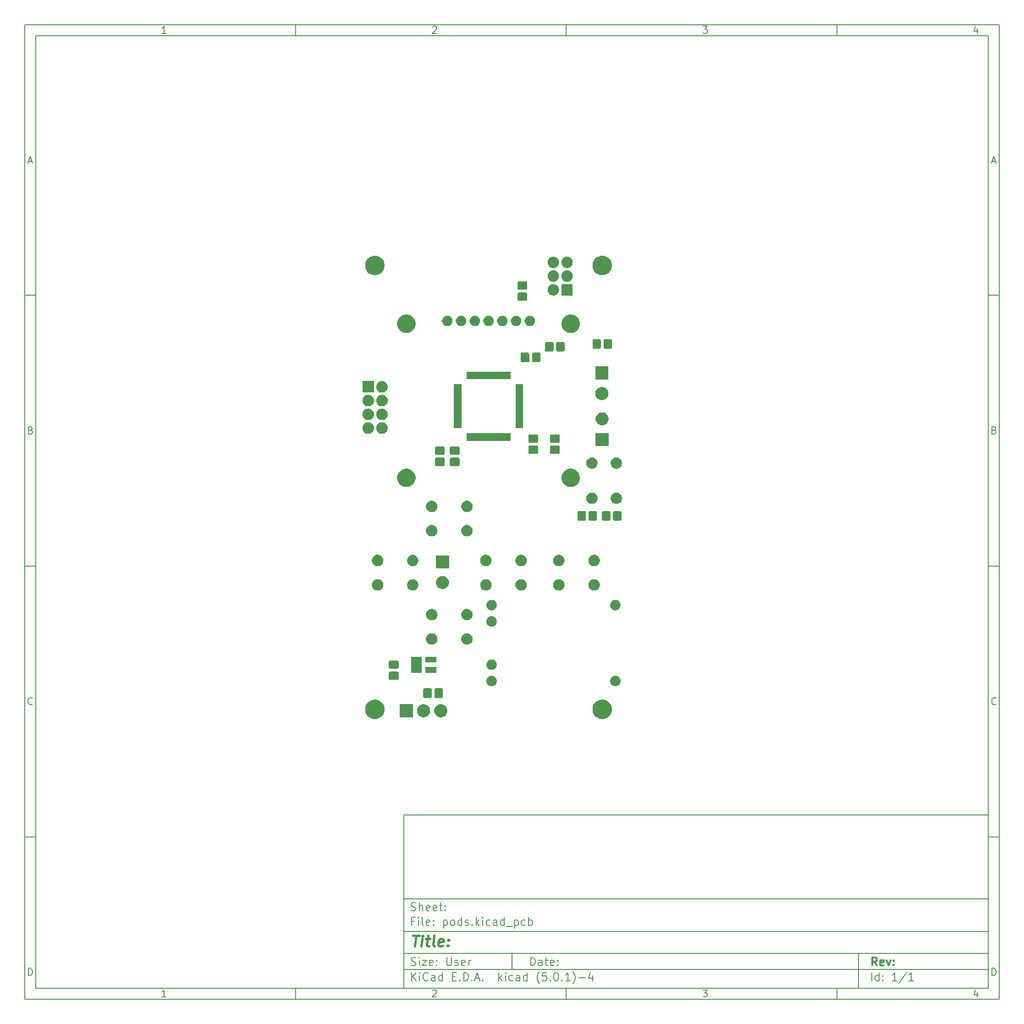
<source format=gbr>
G04 #@! TF.GenerationSoftware,KiCad,Pcbnew,(5.0.1)-4*
G04 #@! TF.CreationDate,2018-12-14T16:01:06+02:00*
G04 #@! TF.ProjectId,pods,706F64732E6B696361645F7063620000,rev?*
G04 #@! TF.SameCoordinates,Original*
G04 #@! TF.FileFunction,Soldermask,Bot*
G04 #@! TF.FilePolarity,Negative*
%FSLAX46Y46*%
G04 Gerber Fmt 4.6, Leading zero omitted, Abs format (unit mm)*
G04 Created by KiCad (PCBNEW (5.0.1)-4) date 2018-12-14 16:01:06*
%MOMM*%
%LPD*%
G01*
G04 APERTURE LIST*
%ADD10C,0.100000*%
%ADD11C,0.150000*%
%ADD12C,0.300000*%
%ADD13C,0.400000*%
G04 APERTURE END LIST*
D10*
D11*
X79999600Y-155999600D02*
X79999600Y-187999600D01*
X187999600Y-187999600D01*
X187999600Y-155999600D01*
X79999600Y-155999600D01*
D10*
D11*
X10000000Y-10000000D02*
X10000000Y-189999600D01*
X189999600Y-189999600D01*
X189999600Y-10000000D01*
X10000000Y-10000000D01*
D10*
D11*
X12000000Y-12000000D02*
X12000000Y-187999600D01*
X187999600Y-187999600D01*
X187999600Y-12000000D01*
X12000000Y-12000000D01*
D10*
D11*
X60000000Y-12000000D02*
X60000000Y-10000000D01*
D10*
D11*
X110000000Y-12000000D02*
X110000000Y-10000000D01*
D10*
D11*
X160000000Y-12000000D02*
X160000000Y-10000000D01*
D10*
D11*
X36065476Y-11588095D02*
X35322619Y-11588095D01*
X35694047Y-11588095D02*
X35694047Y-10288095D01*
X35570238Y-10473809D01*
X35446428Y-10597619D01*
X35322619Y-10659523D01*
D10*
D11*
X85322619Y-10411904D02*
X85384523Y-10350000D01*
X85508333Y-10288095D01*
X85817857Y-10288095D01*
X85941666Y-10350000D01*
X86003571Y-10411904D01*
X86065476Y-10535714D01*
X86065476Y-10659523D01*
X86003571Y-10845238D01*
X85260714Y-11588095D01*
X86065476Y-11588095D01*
D10*
D11*
X135260714Y-10288095D02*
X136065476Y-10288095D01*
X135632142Y-10783333D01*
X135817857Y-10783333D01*
X135941666Y-10845238D01*
X136003571Y-10907142D01*
X136065476Y-11030952D01*
X136065476Y-11340476D01*
X136003571Y-11464285D01*
X135941666Y-11526190D01*
X135817857Y-11588095D01*
X135446428Y-11588095D01*
X135322619Y-11526190D01*
X135260714Y-11464285D01*
D10*
D11*
X185941666Y-10721428D02*
X185941666Y-11588095D01*
X185632142Y-10226190D02*
X185322619Y-11154761D01*
X186127380Y-11154761D01*
D10*
D11*
X60000000Y-187999600D02*
X60000000Y-189999600D01*
D10*
D11*
X110000000Y-187999600D02*
X110000000Y-189999600D01*
D10*
D11*
X160000000Y-187999600D02*
X160000000Y-189999600D01*
D10*
D11*
X36065476Y-189587695D02*
X35322619Y-189587695D01*
X35694047Y-189587695D02*
X35694047Y-188287695D01*
X35570238Y-188473409D01*
X35446428Y-188597219D01*
X35322619Y-188659123D01*
D10*
D11*
X85322619Y-188411504D02*
X85384523Y-188349600D01*
X85508333Y-188287695D01*
X85817857Y-188287695D01*
X85941666Y-188349600D01*
X86003571Y-188411504D01*
X86065476Y-188535314D01*
X86065476Y-188659123D01*
X86003571Y-188844838D01*
X85260714Y-189587695D01*
X86065476Y-189587695D01*
D10*
D11*
X135260714Y-188287695D02*
X136065476Y-188287695D01*
X135632142Y-188782933D01*
X135817857Y-188782933D01*
X135941666Y-188844838D01*
X136003571Y-188906742D01*
X136065476Y-189030552D01*
X136065476Y-189340076D01*
X136003571Y-189463885D01*
X135941666Y-189525790D01*
X135817857Y-189587695D01*
X135446428Y-189587695D01*
X135322619Y-189525790D01*
X135260714Y-189463885D01*
D10*
D11*
X185941666Y-188721028D02*
X185941666Y-189587695D01*
X185632142Y-188225790D02*
X185322619Y-189154361D01*
X186127380Y-189154361D01*
D10*
D11*
X10000000Y-60000000D02*
X12000000Y-60000000D01*
D10*
D11*
X10000000Y-110000000D02*
X12000000Y-110000000D01*
D10*
D11*
X10000000Y-160000000D02*
X12000000Y-160000000D01*
D10*
D11*
X10690476Y-35216666D02*
X11309523Y-35216666D01*
X10566666Y-35588095D02*
X11000000Y-34288095D01*
X11433333Y-35588095D01*
D10*
D11*
X11092857Y-84907142D02*
X11278571Y-84969047D01*
X11340476Y-85030952D01*
X11402380Y-85154761D01*
X11402380Y-85340476D01*
X11340476Y-85464285D01*
X11278571Y-85526190D01*
X11154761Y-85588095D01*
X10659523Y-85588095D01*
X10659523Y-84288095D01*
X11092857Y-84288095D01*
X11216666Y-84350000D01*
X11278571Y-84411904D01*
X11340476Y-84535714D01*
X11340476Y-84659523D01*
X11278571Y-84783333D01*
X11216666Y-84845238D01*
X11092857Y-84907142D01*
X10659523Y-84907142D01*
D10*
D11*
X11402380Y-135464285D02*
X11340476Y-135526190D01*
X11154761Y-135588095D01*
X11030952Y-135588095D01*
X10845238Y-135526190D01*
X10721428Y-135402380D01*
X10659523Y-135278571D01*
X10597619Y-135030952D01*
X10597619Y-134845238D01*
X10659523Y-134597619D01*
X10721428Y-134473809D01*
X10845238Y-134350000D01*
X11030952Y-134288095D01*
X11154761Y-134288095D01*
X11340476Y-134350000D01*
X11402380Y-134411904D01*
D10*
D11*
X10659523Y-185588095D02*
X10659523Y-184288095D01*
X10969047Y-184288095D01*
X11154761Y-184350000D01*
X11278571Y-184473809D01*
X11340476Y-184597619D01*
X11402380Y-184845238D01*
X11402380Y-185030952D01*
X11340476Y-185278571D01*
X11278571Y-185402380D01*
X11154761Y-185526190D01*
X10969047Y-185588095D01*
X10659523Y-185588095D01*
D10*
D11*
X189999600Y-60000000D02*
X187999600Y-60000000D01*
D10*
D11*
X189999600Y-110000000D02*
X187999600Y-110000000D01*
D10*
D11*
X189999600Y-160000000D02*
X187999600Y-160000000D01*
D10*
D11*
X188690076Y-35216666D02*
X189309123Y-35216666D01*
X188566266Y-35588095D02*
X188999600Y-34288095D01*
X189432933Y-35588095D01*
D10*
D11*
X189092457Y-84907142D02*
X189278171Y-84969047D01*
X189340076Y-85030952D01*
X189401980Y-85154761D01*
X189401980Y-85340476D01*
X189340076Y-85464285D01*
X189278171Y-85526190D01*
X189154361Y-85588095D01*
X188659123Y-85588095D01*
X188659123Y-84288095D01*
X189092457Y-84288095D01*
X189216266Y-84350000D01*
X189278171Y-84411904D01*
X189340076Y-84535714D01*
X189340076Y-84659523D01*
X189278171Y-84783333D01*
X189216266Y-84845238D01*
X189092457Y-84907142D01*
X188659123Y-84907142D01*
D10*
D11*
X189401980Y-135464285D02*
X189340076Y-135526190D01*
X189154361Y-135588095D01*
X189030552Y-135588095D01*
X188844838Y-135526190D01*
X188721028Y-135402380D01*
X188659123Y-135278571D01*
X188597219Y-135030952D01*
X188597219Y-134845238D01*
X188659123Y-134597619D01*
X188721028Y-134473809D01*
X188844838Y-134350000D01*
X189030552Y-134288095D01*
X189154361Y-134288095D01*
X189340076Y-134350000D01*
X189401980Y-134411904D01*
D10*
D11*
X188659123Y-185588095D02*
X188659123Y-184288095D01*
X188968647Y-184288095D01*
X189154361Y-184350000D01*
X189278171Y-184473809D01*
X189340076Y-184597619D01*
X189401980Y-184845238D01*
X189401980Y-185030952D01*
X189340076Y-185278571D01*
X189278171Y-185402380D01*
X189154361Y-185526190D01*
X188968647Y-185588095D01*
X188659123Y-185588095D01*
D10*
D11*
X103431742Y-183778171D02*
X103431742Y-182278171D01*
X103788885Y-182278171D01*
X104003171Y-182349600D01*
X104146028Y-182492457D01*
X104217457Y-182635314D01*
X104288885Y-182921028D01*
X104288885Y-183135314D01*
X104217457Y-183421028D01*
X104146028Y-183563885D01*
X104003171Y-183706742D01*
X103788885Y-183778171D01*
X103431742Y-183778171D01*
X105574600Y-183778171D02*
X105574600Y-182992457D01*
X105503171Y-182849600D01*
X105360314Y-182778171D01*
X105074600Y-182778171D01*
X104931742Y-182849600D01*
X105574600Y-183706742D02*
X105431742Y-183778171D01*
X105074600Y-183778171D01*
X104931742Y-183706742D01*
X104860314Y-183563885D01*
X104860314Y-183421028D01*
X104931742Y-183278171D01*
X105074600Y-183206742D01*
X105431742Y-183206742D01*
X105574600Y-183135314D01*
X106074600Y-182778171D02*
X106646028Y-182778171D01*
X106288885Y-182278171D02*
X106288885Y-183563885D01*
X106360314Y-183706742D01*
X106503171Y-183778171D01*
X106646028Y-183778171D01*
X107717457Y-183706742D02*
X107574600Y-183778171D01*
X107288885Y-183778171D01*
X107146028Y-183706742D01*
X107074600Y-183563885D01*
X107074600Y-182992457D01*
X107146028Y-182849600D01*
X107288885Y-182778171D01*
X107574600Y-182778171D01*
X107717457Y-182849600D01*
X107788885Y-182992457D01*
X107788885Y-183135314D01*
X107074600Y-183278171D01*
X108431742Y-183635314D02*
X108503171Y-183706742D01*
X108431742Y-183778171D01*
X108360314Y-183706742D01*
X108431742Y-183635314D01*
X108431742Y-183778171D01*
X108431742Y-182849600D02*
X108503171Y-182921028D01*
X108431742Y-182992457D01*
X108360314Y-182921028D01*
X108431742Y-182849600D01*
X108431742Y-182992457D01*
D10*
D11*
X79999600Y-184499600D02*
X187999600Y-184499600D01*
D10*
D11*
X81431742Y-186578171D02*
X81431742Y-185078171D01*
X82288885Y-186578171D02*
X81646028Y-185721028D01*
X82288885Y-185078171D02*
X81431742Y-185935314D01*
X82931742Y-186578171D02*
X82931742Y-185578171D01*
X82931742Y-185078171D02*
X82860314Y-185149600D01*
X82931742Y-185221028D01*
X83003171Y-185149600D01*
X82931742Y-185078171D01*
X82931742Y-185221028D01*
X84503171Y-186435314D02*
X84431742Y-186506742D01*
X84217457Y-186578171D01*
X84074600Y-186578171D01*
X83860314Y-186506742D01*
X83717457Y-186363885D01*
X83646028Y-186221028D01*
X83574600Y-185935314D01*
X83574600Y-185721028D01*
X83646028Y-185435314D01*
X83717457Y-185292457D01*
X83860314Y-185149600D01*
X84074600Y-185078171D01*
X84217457Y-185078171D01*
X84431742Y-185149600D01*
X84503171Y-185221028D01*
X85788885Y-186578171D02*
X85788885Y-185792457D01*
X85717457Y-185649600D01*
X85574600Y-185578171D01*
X85288885Y-185578171D01*
X85146028Y-185649600D01*
X85788885Y-186506742D02*
X85646028Y-186578171D01*
X85288885Y-186578171D01*
X85146028Y-186506742D01*
X85074600Y-186363885D01*
X85074600Y-186221028D01*
X85146028Y-186078171D01*
X85288885Y-186006742D01*
X85646028Y-186006742D01*
X85788885Y-185935314D01*
X87146028Y-186578171D02*
X87146028Y-185078171D01*
X87146028Y-186506742D02*
X87003171Y-186578171D01*
X86717457Y-186578171D01*
X86574600Y-186506742D01*
X86503171Y-186435314D01*
X86431742Y-186292457D01*
X86431742Y-185863885D01*
X86503171Y-185721028D01*
X86574600Y-185649600D01*
X86717457Y-185578171D01*
X87003171Y-185578171D01*
X87146028Y-185649600D01*
X89003171Y-185792457D02*
X89503171Y-185792457D01*
X89717457Y-186578171D02*
X89003171Y-186578171D01*
X89003171Y-185078171D01*
X89717457Y-185078171D01*
X90360314Y-186435314D02*
X90431742Y-186506742D01*
X90360314Y-186578171D01*
X90288885Y-186506742D01*
X90360314Y-186435314D01*
X90360314Y-186578171D01*
X91074600Y-186578171D02*
X91074600Y-185078171D01*
X91431742Y-185078171D01*
X91646028Y-185149600D01*
X91788885Y-185292457D01*
X91860314Y-185435314D01*
X91931742Y-185721028D01*
X91931742Y-185935314D01*
X91860314Y-186221028D01*
X91788885Y-186363885D01*
X91646028Y-186506742D01*
X91431742Y-186578171D01*
X91074600Y-186578171D01*
X92574600Y-186435314D02*
X92646028Y-186506742D01*
X92574600Y-186578171D01*
X92503171Y-186506742D01*
X92574600Y-186435314D01*
X92574600Y-186578171D01*
X93217457Y-186149600D02*
X93931742Y-186149600D01*
X93074600Y-186578171D02*
X93574600Y-185078171D01*
X94074600Y-186578171D01*
X94574600Y-186435314D02*
X94646028Y-186506742D01*
X94574600Y-186578171D01*
X94503171Y-186506742D01*
X94574600Y-186435314D01*
X94574600Y-186578171D01*
X97574600Y-186578171D02*
X97574600Y-185078171D01*
X97717457Y-186006742D02*
X98146028Y-186578171D01*
X98146028Y-185578171D02*
X97574600Y-186149600D01*
X98788885Y-186578171D02*
X98788885Y-185578171D01*
X98788885Y-185078171D02*
X98717457Y-185149600D01*
X98788885Y-185221028D01*
X98860314Y-185149600D01*
X98788885Y-185078171D01*
X98788885Y-185221028D01*
X100146028Y-186506742D02*
X100003171Y-186578171D01*
X99717457Y-186578171D01*
X99574600Y-186506742D01*
X99503171Y-186435314D01*
X99431742Y-186292457D01*
X99431742Y-185863885D01*
X99503171Y-185721028D01*
X99574600Y-185649600D01*
X99717457Y-185578171D01*
X100003171Y-185578171D01*
X100146028Y-185649600D01*
X101431742Y-186578171D02*
X101431742Y-185792457D01*
X101360314Y-185649600D01*
X101217457Y-185578171D01*
X100931742Y-185578171D01*
X100788885Y-185649600D01*
X101431742Y-186506742D02*
X101288885Y-186578171D01*
X100931742Y-186578171D01*
X100788885Y-186506742D01*
X100717457Y-186363885D01*
X100717457Y-186221028D01*
X100788885Y-186078171D01*
X100931742Y-186006742D01*
X101288885Y-186006742D01*
X101431742Y-185935314D01*
X102788885Y-186578171D02*
X102788885Y-185078171D01*
X102788885Y-186506742D02*
X102646028Y-186578171D01*
X102360314Y-186578171D01*
X102217457Y-186506742D01*
X102146028Y-186435314D01*
X102074600Y-186292457D01*
X102074600Y-185863885D01*
X102146028Y-185721028D01*
X102217457Y-185649600D01*
X102360314Y-185578171D01*
X102646028Y-185578171D01*
X102788885Y-185649600D01*
X105074600Y-187149600D02*
X105003171Y-187078171D01*
X104860314Y-186863885D01*
X104788885Y-186721028D01*
X104717457Y-186506742D01*
X104646028Y-186149600D01*
X104646028Y-185863885D01*
X104717457Y-185506742D01*
X104788885Y-185292457D01*
X104860314Y-185149600D01*
X105003171Y-184935314D01*
X105074600Y-184863885D01*
X106360314Y-185078171D02*
X105646028Y-185078171D01*
X105574600Y-185792457D01*
X105646028Y-185721028D01*
X105788885Y-185649600D01*
X106146028Y-185649600D01*
X106288885Y-185721028D01*
X106360314Y-185792457D01*
X106431742Y-185935314D01*
X106431742Y-186292457D01*
X106360314Y-186435314D01*
X106288885Y-186506742D01*
X106146028Y-186578171D01*
X105788885Y-186578171D01*
X105646028Y-186506742D01*
X105574600Y-186435314D01*
X107074600Y-186435314D02*
X107146028Y-186506742D01*
X107074600Y-186578171D01*
X107003171Y-186506742D01*
X107074600Y-186435314D01*
X107074600Y-186578171D01*
X108074600Y-185078171D02*
X108217457Y-185078171D01*
X108360314Y-185149600D01*
X108431742Y-185221028D01*
X108503171Y-185363885D01*
X108574600Y-185649600D01*
X108574600Y-186006742D01*
X108503171Y-186292457D01*
X108431742Y-186435314D01*
X108360314Y-186506742D01*
X108217457Y-186578171D01*
X108074600Y-186578171D01*
X107931742Y-186506742D01*
X107860314Y-186435314D01*
X107788885Y-186292457D01*
X107717457Y-186006742D01*
X107717457Y-185649600D01*
X107788885Y-185363885D01*
X107860314Y-185221028D01*
X107931742Y-185149600D01*
X108074600Y-185078171D01*
X109217457Y-186435314D02*
X109288885Y-186506742D01*
X109217457Y-186578171D01*
X109146028Y-186506742D01*
X109217457Y-186435314D01*
X109217457Y-186578171D01*
X110717457Y-186578171D02*
X109860314Y-186578171D01*
X110288885Y-186578171D02*
X110288885Y-185078171D01*
X110146028Y-185292457D01*
X110003171Y-185435314D01*
X109860314Y-185506742D01*
X111217457Y-187149600D02*
X111288885Y-187078171D01*
X111431742Y-186863885D01*
X111503171Y-186721028D01*
X111574600Y-186506742D01*
X111646028Y-186149600D01*
X111646028Y-185863885D01*
X111574600Y-185506742D01*
X111503171Y-185292457D01*
X111431742Y-185149600D01*
X111288885Y-184935314D01*
X111217457Y-184863885D01*
X112360314Y-186006742D02*
X113503171Y-186006742D01*
X114860314Y-185578171D02*
X114860314Y-186578171D01*
X114503171Y-185006742D02*
X114146028Y-186078171D01*
X115074600Y-186078171D01*
D10*
D11*
X79999600Y-181499600D02*
X187999600Y-181499600D01*
D10*
D12*
X167408885Y-183778171D02*
X166908885Y-183063885D01*
X166551742Y-183778171D02*
X166551742Y-182278171D01*
X167123171Y-182278171D01*
X167266028Y-182349600D01*
X167337457Y-182421028D01*
X167408885Y-182563885D01*
X167408885Y-182778171D01*
X167337457Y-182921028D01*
X167266028Y-182992457D01*
X167123171Y-183063885D01*
X166551742Y-183063885D01*
X168623171Y-183706742D02*
X168480314Y-183778171D01*
X168194600Y-183778171D01*
X168051742Y-183706742D01*
X167980314Y-183563885D01*
X167980314Y-182992457D01*
X168051742Y-182849600D01*
X168194600Y-182778171D01*
X168480314Y-182778171D01*
X168623171Y-182849600D01*
X168694600Y-182992457D01*
X168694600Y-183135314D01*
X167980314Y-183278171D01*
X169194600Y-182778171D02*
X169551742Y-183778171D01*
X169908885Y-182778171D01*
X170480314Y-183635314D02*
X170551742Y-183706742D01*
X170480314Y-183778171D01*
X170408885Y-183706742D01*
X170480314Y-183635314D01*
X170480314Y-183778171D01*
X170480314Y-182849600D02*
X170551742Y-182921028D01*
X170480314Y-182992457D01*
X170408885Y-182921028D01*
X170480314Y-182849600D01*
X170480314Y-182992457D01*
D10*
D11*
X81360314Y-183706742D02*
X81574600Y-183778171D01*
X81931742Y-183778171D01*
X82074600Y-183706742D01*
X82146028Y-183635314D01*
X82217457Y-183492457D01*
X82217457Y-183349600D01*
X82146028Y-183206742D01*
X82074600Y-183135314D01*
X81931742Y-183063885D01*
X81646028Y-182992457D01*
X81503171Y-182921028D01*
X81431742Y-182849600D01*
X81360314Y-182706742D01*
X81360314Y-182563885D01*
X81431742Y-182421028D01*
X81503171Y-182349600D01*
X81646028Y-182278171D01*
X82003171Y-182278171D01*
X82217457Y-182349600D01*
X82860314Y-183778171D02*
X82860314Y-182778171D01*
X82860314Y-182278171D02*
X82788885Y-182349600D01*
X82860314Y-182421028D01*
X82931742Y-182349600D01*
X82860314Y-182278171D01*
X82860314Y-182421028D01*
X83431742Y-182778171D02*
X84217457Y-182778171D01*
X83431742Y-183778171D01*
X84217457Y-183778171D01*
X85360314Y-183706742D02*
X85217457Y-183778171D01*
X84931742Y-183778171D01*
X84788885Y-183706742D01*
X84717457Y-183563885D01*
X84717457Y-182992457D01*
X84788885Y-182849600D01*
X84931742Y-182778171D01*
X85217457Y-182778171D01*
X85360314Y-182849600D01*
X85431742Y-182992457D01*
X85431742Y-183135314D01*
X84717457Y-183278171D01*
X86074600Y-183635314D02*
X86146028Y-183706742D01*
X86074600Y-183778171D01*
X86003171Y-183706742D01*
X86074600Y-183635314D01*
X86074600Y-183778171D01*
X86074600Y-182849600D02*
X86146028Y-182921028D01*
X86074600Y-182992457D01*
X86003171Y-182921028D01*
X86074600Y-182849600D01*
X86074600Y-182992457D01*
X87931742Y-182278171D02*
X87931742Y-183492457D01*
X88003171Y-183635314D01*
X88074600Y-183706742D01*
X88217457Y-183778171D01*
X88503171Y-183778171D01*
X88646028Y-183706742D01*
X88717457Y-183635314D01*
X88788885Y-183492457D01*
X88788885Y-182278171D01*
X89431742Y-183706742D02*
X89574600Y-183778171D01*
X89860314Y-183778171D01*
X90003171Y-183706742D01*
X90074600Y-183563885D01*
X90074600Y-183492457D01*
X90003171Y-183349600D01*
X89860314Y-183278171D01*
X89646028Y-183278171D01*
X89503171Y-183206742D01*
X89431742Y-183063885D01*
X89431742Y-182992457D01*
X89503171Y-182849600D01*
X89646028Y-182778171D01*
X89860314Y-182778171D01*
X90003171Y-182849600D01*
X91288885Y-183706742D02*
X91146028Y-183778171D01*
X90860314Y-183778171D01*
X90717457Y-183706742D01*
X90646028Y-183563885D01*
X90646028Y-182992457D01*
X90717457Y-182849600D01*
X90860314Y-182778171D01*
X91146028Y-182778171D01*
X91288885Y-182849600D01*
X91360314Y-182992457D01*
X91360314Y-183135314D01*
X90646028Y-183278171D01*
X92003171Y-183778171D02*
X92003171Y-182778171D01*
X92003171Y-183063885D02*
X92074600Y-182921028D01*
X92146028Y-182849600D01*
X92288885Y-182778171D01*
X92431742Y-182778171D01*
D10*
D11*
X166431742Y-186578171D02*
X166431742Y-185078171D01*
X167788885Y-186578171D02*
X167788885Y-185078171D01*
X167788885Y-186506742D02*
X167646028Y-186578171D01*
X167360314Y-186578171D01*
X167217457Y-186506742D01*
X167146028Y-186435314D01*
X167074600Y-186292457D01*
X167074600Y-185863885D01*
X167146028Y-185721028D01*
X167217457Y-185649600D01*
X167360314Y-185578171D01*
X167646028Y-185578171D01*
X167788885Y-185649600D01*
X168503171Y-186435314D02*
X168574600Y-186506742D01*
X168503171Y-186578171D01*
X168431742Y-186506742D01*
X168503171Y-186435314D01*
X168503171Y-186578171D01*
X168503171Y-185649600D02*
X168574600Y-185721028D01*
X168503171Y-185792457D01*
X168431742Y-185721028D01*
X168503171Y-185649600D01*
X168503171Y-185792457D01*
X171146028Y-186578171D02*
X170288885Y-186578171D01*
X170717457Y-186578171D02*
X170717457Y-185078171D01*
X170574600Y-185292457D01*
X170431742Y-185435314D01*
X170288885Y-185506742D01*
X172860314Y-185006742D02*
X171574600Y-186935314D01*
X174146028Y-186578171D02*
X173288885Y-186578171D01*
X173717457Y-186578171D02*
X173717457Y-185078171D01*
X173574600Y-185292457D01*
X173431742Y-185435314D01*
X173288885Y-185506742D01*
D10*
D11*
X79999600Y-177499600D02*
X187999600Y-177499600D01*
D10*
D13*
X81711980Y-178204361D02*
X82854838Y-178204361D01*
X82033409Y-180204361D02*
X82283409Y-178204361D01*
X83271504Y-180204361D02*
X83438171Y-178871028D01*
X83521504Y-178204361D02*
X83414361Y-178299600D01*
X83497695Y-178394838D01*
X83604838Y-178299600D01*
X83521504Y-178204361D01*
X83497695Y-178394838D01*
X84104838Y-178871028D02*
X84866742Y-178871028D01*
X84473885Y-178204361D02*
X84259600Y-179918647D01*
X84331028Y-180109123D01*
X84509600Y-180204361D01*
X84700076Y-180204361D01*
X85652457Y-180204361D02*
X85473885Y-180109123D01*
X85402457Y-179918647D01*
X85616742Y-178204361D01*
X87188171Y-180109123D02*
X86985790Y-180204361D01*
X86604838Y-180204361D01*
X86426266Y-180109123D01*
X86354838Y-179918647D01*
X86450076Y-179156742D01*
X86569123Y-178966266D01*
X86771504Y-178871028D01*
X87152457Y-178871028D01*
X87331028Y-178966266D01*
X87402457Y-179156742D01*
X87378647Y-179347219D01*
X86402457Y-179537695D01*
X88152457Y-180013885D02*
X88235790Y-180109123D01*
X88128647Y-180204361D01*
X88045314Y-180109123D01*
X88152457Y-180013885D01*
X88128647Y-180204361D01*
X88283409Y-178966266D02*
X88366742Y-179061504D01*
X88259600Y-179156742D01*
X88176266Y-179061504D01*
X88283409Y-178966266D01*
X88259600Y-179156742D01*
D10*
D11*
X81931742Y-175592457D02*
X81431742Y-175592457D01*
X81431742Y-176378171D02*
X81431742Y-174878171D01*
X82146028Y-174878171D01*
X82717457Y-176378171D02*
X82717457Y-175378171D01*
X82717457Y-174878171D02*
X82646028Y-174949600D01*
X82717457Y-175021028D01*
X82788885Y-174949600D01*
X82717457Y-174878171D01*
X82717457Y-175021028D01*
X83646028Y-176378171D02*
X83503171Y-176306742D01*
X83431742Y-176163885D01*
X83431742Y-174878171D01*
X84788885Y-176306742D02*
X84646028Y-176378171D01*
X84360314Y-176378171D01*
X84217457Y-176306742D01*
X84146028Y-176163885D01*
X84146028Y-175592457D01*
X84217457Y-175449600D01*
X84360314Y-175378171D01*
X84646028Y-175378171D01*
X84788885Y-175449600D01*
X84860314Y-175592457D01*
X84860314Y-175735314D01*
X84146028Y-175878171D01*
X85503171Y-176235314D02*
X85574600Y-176306742D01*
X85503171Y-176378171D01*
X85431742Y-176306742D01*
X85503171Y-176235314D01*
X85503171Y-176378171D01*
X85503171Y-175449600D02*
X85574600Y-175521028D01*
X85503171Y-175592457D01*
X85431742Y-175521028D01*
X85503171Y-175449600D01*
X85503171Y-175592457D01*
X87360314Y-175378171D02*
X87360314Y-176878171D01*
X87360314Y-175449600D02*
X87503171Y-175378171D01*
X87788885Y-175378171D01*
X87931742Y-175449600D01*
X88003171Y-175521028D01*
X88074600Y-175663885D01*
X88074600Y-176092457D01*
X88003171Y-176235314D01*
X87931742Y-176306742D01*
X87788885Y-176378171D01*
X87503171Y-176378171D01*
X87360314Y-176306742D01*
X88931742Y-176378171D02*
X88788885Y-176306742D01*
X88717457Y-176235314D01*
X88646028Y-176092457D01*
X88646028Y-175663885D01*
X88717457Y-175521028D01*
X88788885Y-175449600D01*
X88931742Y-175378171D01*
X89146028Y-175378171D01*
X89288885Y-175449600D01*
X89360314Y-175521028D01*
X89431742Y-175663885D01*
X89431742Y-176092457D01*
X89360314Y-176235314D01*
X89288885Y-176306742D01*
X89146028Y-176378171D01*
X88931742Y-176378171D01*
X90717457Y-176378171D02*
X90717457Y-174878171D01*
X90717457Y-176306742D02*
X90574600Y-176378171D01*
X90288885Y-176378171D01*
X90146028Y-176306742D01*
X90074600Y-176235314D01*
X90003171Y-176092457D01*
X90003171Y-175663885D01*
X90074600Y-175521028D01*
X90146028Y-175449600D01*
X90288885Y-175378171D01*
X90574600Y-175378171D01*
X90717457Y-175449600D01*
X91360314Y-176306742D02*
X91503171Y-176378171D01*
X91788885Y-176378171D01*
X91931742Y-176306742D01*
X92003171Y-176163885D01*
X92003171Y-176092457D01*
X91931742Y-175949600D01*
X91788885Y-175878171D01*
X91574600Y-175878171D01*
X91431742Y-175806742D01*
X91360314Y-175663885D01*
X91360314Y-175592457D01*
X91431742Y-175449600D01*
X91574600Y-175378171D01*
X91788885Y-175378171D01*
X91931742Y-175449600D01*
X92646028Y-176235314D02*
X92717457Y-176306742D01*
X92646028Y-176378171D01*
X92574600Y-176306742D01*
X92646028Y-176235314D01*
X92646028Y-176378171D01*
X93360314Y-176378171D02*
X93360314Y-174878171D01*
X93503171Y-175806742D02*
X93931742Y-176378171D01*
X93931742Y-175378171D02*
X93360314Y-175949600D01*
X94574600Y-176378171D02*
X94574600Y-175378171D01*
X94574600Y-174878171D02*
X94503171Y-174949600D01*
X94574600Y-175021028D01*
X94646028Y-174949600D01*
X94574600Y-174878171D01*
X94574600Y-175021028D01*
X95931742Y-176306742D02*
X95788885Y-176378171D01*
X95503171Y-176378171D01*
X95360314Y-176306742D01*
X95288885Y-176235314D01*
X95217457Y-176092457D01*
X95217457Y-175663885D01*
X95288885Y-175521028D01*
X95360314Y-175449600D01*
X95503171Y-175378171D01*
X95788885Y-175378171D01*
X95931742Y-175449600D01*
X97217457Y-176378171D02*
X97217457Y-175592457D01*
X97146028Y-175449600D01*
X97003171Y-175378171D01*
X96717457Y-175378171D01*
X96574600Y-175449600D01*
X97217457Y-176306742D02*
X97074600Y-176378171D01*
X96717457Y-176378171D01*
X96574600Y-176306742D01*
X96503171Y-176163885D01*
X96503171Y-176021028D01*
X96574600Y-175878171D01*
X96717457Y-175806742D01*
X97074600Y-175806742D01*
X97217457Y-175735314D01*
X98574600Y-176378171D02*
X98574600Y-174878171D01*
X98574600Y-176306742D02*
X98431742Y-176378171D01*
X98146028Y-176378171D01*
X98003171Y-176306742D01*
X97931742Y-176235314D01*
X97860314Y-176092457D01*
X97860314Y-175663885D01*
X97931742Y-175521028D01*
X98003171Y-175449600D01*
X98146028Y-175378171D01*
X98431742Y-175378171D01*
X98574600Y-175449600D01*
X98931742Y-176521028D02*
X100074600Y-176521028D01*
X100431742Y-175378171D02*
X100431742Y-176878171D01*
X100431742Y-175449600D02*
X100574600Y-175378171D01*
X100860314Y-175378171D01*
X101003171Y-175449600D01*
X101074600Y-175521028D01*
X101146028Y-175663885D01*
X101146028Y-176092457D01*
X101074600Y-176235314D01*
X101003171Y-176306742D01*
X100860314Y-176378171D01*
X100574600Y-176378171D01*
X100431742Y-176306742D01*
X102431742Y-176306742D02*
X102288885Y-176378171D01*
X102003171Y-176378171D01*
X101860314Y-176306742D01*
X101788885Y-176235314D01*
X101717457Y-176092457D01*
X101717457Y-175663885D01*
X101788885Y-175521028D01*
X101860314Y-175449600D01*
X102003171Y-175378171D01*
X102288885Y-175378171D01*
X102431742Y-175449600D01*
X103074600Y-176378171D02*
X103074600Y-174878171D01*
X103074600Y-175449600D02*
X103217457Y-175378171D01*
X103503171Y-175378171D01*
X103646028Y-175449600D01*
X103717457Y-175521028D01*
X103788885Y-175663885D01*
X103788885Y-176092457D01*
X103717457Y-176235314D01*
X103646028Y-176306742D01*
X103503171Y-176378171D01*
X103217457Y-176378171D01*
X103074600Y-176306742D01*
D10*
D11*
X79999600Y-171499600D02*
X187999600Y-171499600D01*
D10*
D11*
X81360314Y-173606742D02*
X81574600Y-173678171D01*
X81931742Y-173678171D01*
X82074600Y-173606742D01*
X82146028Y-173535314D01*
X82217457Y-173392457D01*
X82217457Y-173249600D01*
X82146028Y-173106742D01*
X82074600Y-173035314D01*
X81931742Y-172963885D01*
X81646028Y-172892457D01*
X81503171Y-172821028D01*
X81431742Y-172749600D01*
X81360314Y-172606742D01*
X81360314Y-172463885D01*
X81431742Y-172321028D01*
X81503171Y-172249600D01*
X81646028Y-172178171D01*
X82003171Y-172178171D01*
X82217457Y-172249600D01*
X82860314Y-173678171D02*
X82860314Y-172178171D01*
X83503171Y-173678171D02*
X83503171Y-172892457D01*
X83431742Y-172749600D01*
X83288885Y-172678171D01*
X83074600Y-172678171D01*
X82931742Y-172749600D01*
X82860314Y-172821028D01*
X84788885Y-173606742D02*
X84646028Y-173678171D01*
X84360314Y-173678171D01*
X84217457Y-173606742D01*
X84146028Y-173463885D01*
X84146028Y-172892457D01*
X84217457Y-172749600D01*
X84360314Y-172678171D01*
X84646028Y-172678171D01*
X84788885Y-172749600D01*
X84860314Y-172892457D01*
X84860314Y-173035314D01*
X84146028Y-173178171D01*
X86074600Y-173606742D02*
X85931742Y-173678171D01*
X85646028Y-173678171D01*
X85503171Y-173606742D01*
X85431742Y-173463885D01*
X85431742Y-172892457D01*
X85503171Y-172749600D01*
X85646028Y-172678171D01*
X85931742Y-172678171D01*
X86074600Y-172749600D01*
X86146028Y-172892457D01*
X86146028Y-173035314D01*
X85431742Y-173178171D01*
X86574600Y-172678171D02*
X87146028Y-172678171D01*
X86788885Y-172178171D02*
X86788885Y-173463885D01*
X86860314Y-173606742D01*
X87003171Y-173678171D01*
X87146028Y-173678171D01*
X87646028Y-173535314D02*
X87717457Y-173606742D01*
X87646028Y-173678171D01*
X87574600Y-173606742D01*
X87646028Y-173535314D01*
X87646028Y-173678171D01*
X87646028Y-172749600D02*
X87717457Y-172821028D01*
X87646028Y-172892457D01*
X87574600Y-172821028D01*
X87646028Y-172749600D01*
X87646028Y-172892457D01*
D10*
D11*
X99999600Y-181499600D02*
X99999600Y-184499600D01*
D10*
D11*
X163999600Y-181499600D02*
X163999600Y-187999600D01*
D10*
G36*
X117069122Y-134706115D02*
X117185041Y-134729173D01*
X117512620Y-134864861D01*
X117803511Y-135059228D01*
X117807436Y-135061851D01*
X118058149Y-135312564D01*
X118255140Y-135607382D01*
X118390827Y-135934960D01*
X118460000Y-136282714D01*
X118460000Y-136637286D01*
X118390827Y-136985040D01*
X118255140Y-137312618D01*
X118058149Y-137607436D01*
X117807436Y-137858149D01*
X117807433Y-137858151D01*
X117512620Y-138055139D01*
X117185041Y-138190827D01*
X117069122Y-138213885D01*
X116837286Y-138260000D01*
X116482714Y-138260000D01*
X116250878Y-138213885D01*
X116134959Y-138190827D01*
X115807380Y-138055139D01*
X115512567Y-137858151D01*
X115512564Y-137858149D01*
X115261851Y-137607436D01*
X115064860Y-137312618D01*
X114929173Y-136985040D01*
X114860000Y-136637286D01*
X114860000Y-136282714D01*
X114929173Y-135934960D01*
X115064860Y-135607382D01*
X115261851Y-135312564D01*
X115512564Y-135061851D01*
X115516489Y-135059228D01*
X115807380Y-134864861D01*
X116134959Y-134729173D01*
X116250878Y-134706115D01*
X116482714Y-134660000D01*
X116837286Y-134660000D01*
X117069122Y-134706115D01*
X117069122Y-134706115D01*
G37*
G36*
X75069122Y-134706115D02*
X75185041Y-134729173D01*
X75512620Y-134864861D01*
X75803511Y-135059228D01*
X75807436Y-135061851D01*
X76058149Y-135312564D01*
X76255140Y-135607382D01*
X76390827Y-135934960D01*
X76460000Y-136282714D01*
X76460000Y-136637286D01*
X76390827Y-136985040D01*
X76255140Y-137312618D01*
X76058149Y-137607436D01*
X75807436Y-137858149D01*
X75807433Y-137858151D01*
X75512620Y-138055139D01*
X75185041Y-138190827D01*
X75069122Y-138213885D01*
X74837286Y-138260000D01*
X74482714Y-138260000D01*
X74250878Y-138213885D01*
X74134959Y-138190827D01*
X73807380Y-138055139D01*
X73512567Y-137858151D01*
X73512564Y-137858149D01*
X73261851Y-137607436D01*
X73064860Y-137312618D01*
X72929173Y-136985040D01*
X72860000Y-136637286D01*
X72860000Y-136282714D01*
X72929173Y-135934960D01*
X73064860Y-135607382D01*
X73261851Y-135312564D01*
X73512564Y-135061851D01*
X73516489Y-135059228D01*
X73807380Y-134864861D01*
X74134959Y-134729173D01*
X74250878Y-134706115D01*
X74482714Y-134660000D01*
X74837286Y-134660000D01*
X75069122Y-134706115D01*
X75069122Y-134706115D01*
G37*
G36*
X87184876Y-135556605D02*
X87403172Y-135647026D01*
X87599633Y-135778297D01*
X87766703Y-135945367D01*
X87897974Y-136141828D01*
X87988395Y-136360124D01*
X88034490Y-136591859D01*
X88034490Y-136828141D01*
X87988395Y-137059876D01*
X87897974Y-137278172D01*
X87766703Y-137474633D01*
X87599633Y-137641703D01*
X87403172Y-137772974D01*
X87184876Y-137863395D01*
X86953141Y-137909490D01*
X86716859Y-137909490D01*
X86485124Y-137863395D01*
X86266828Y-137772974D01*
X86070367Y-137641703D01*
X85903297Y-137474633D01*
X85772026Y-137278172D01*
X85681605Y-137059876D01*
X85635510Y-136828141D01*
X85635510Y-136591859D01*
X85681605Y-136360124D01*
X85772026Y-136141828D01*
X85903297Y-135945367D01*
X86070367Y-135778297D01*
X86266828Y-135647026D01*
X86485124Y-135556605D01*
X86716859Y-135510510D01*
X86953141Y-135510510D01*
X87184876Y-135556605D01*
X87184876Y-135556605D01*
G37*
G36*
X81684490Y-137909490D02*
X79285510Y-137909490D01*
X79285510Y-135510510D01*
X81684490Y-135510510D01*
X81684490Y-137909490D01*
X81684490Y-137909490D01*
G37*
G36*
X84009876Y-135556605D02*
X84228172Y-135647026D01*
X84424633Y-135778297D01*
X84591703Y-135945367D01*
X84722974Y-136141828D01*
X84813395Y-136360124D01*
X84859490Y-136591859D01*
X84859490Y-136828141D01*
X84813395Y-137059876D01*
X84722974Y-137278172D01*
X84591703Y-137474633D01*
X84424633Y-137641703D01*
X84228172Y-137772974D01*
X84009876Y-137863395D01*
X83778141Y-137909490D01*
X83541859Y-137909490D01*
X83310124Y-137863395D01*
X83091828Y-137772974D01*
X82895367Y-137641703D01*
X82728297Y-137474633D01*
X82597026Y-137278172D01*
X82506605Y-137059876D01*
X82460510Y-136828141D01*
X82460510Y-136591859D01*
X82506605Y-136360124D01*
X82597026Y-136141828D01*
X82728297Y-135945367D01*
X82895367Y-135778297D01*
X83091828Y-135647026D01*
X83310124Y-135556605D01*
X83541859Y-135510510D01*
X83778141Y-135510510D01*
X84009876Y-135556605D01*
X84009876Y-135556605D01*
G37*
G36*
X86995530Y-132565710D02*
X87045379Y-132580831D01*
X87091311Y-132605382D01*
X87131574Y-132638426D01*
X87164618Y-132678689D01*
X87189169Y-132724621D01*
X87204290Y-132774470D01*
X87210000Y-132832444D01*
X87210000Y-134087556D01*
X87204290Y-134145530D01*
X87189169Y-134195379D01*
X87164618Y-134241311D01*
X87131574Y-134281574D01*
X87091311Y-134314618D01*
X87045379Y-134339169D01*
X86995530Y-134354290D01*
X86937556Y-134360000D01*
X85932444Y-134360000D01*
X85874470Y-134354290D01*
X85824621Y-134339169D01*
X85778689Y-134314618D01*
X85738426Y-134281574D01*
X85705382Y-134241311D01*
X85680831Y-134195379D01*
X85665710Y-134145530D01*
X85660000Y-134087556D01*
X85660000Y-132832444D01*
X85665710Y-132774470D01*
X85680831Y-132724621D01*
X85705382Y-132678689D01*
X85738426Y-132638426D01*
X85778689Y-132605382D01*
X85824621Y-132580831D01*
X85874470Y-132565710D01*
X85932444Y-132560000D01*
X86937556Y-132560000D01*
X86995530Y-132565710D01*
X86995530Y-132565710D01*
G37*
G36*
X84945530Y-132565710D02*
X84995379Y-132580831D01*
X85041311Y-132605382D01*
X85081574Y-132638426D01*
X85114618Y-132678689D01*
X85139169Y-132724621D01*
X85154290Y-132774470D01*
X85160000Y-132832444D01*
X85160000Y-134087556D01*
X85154290Y-134145530D01*
X85139169Y-134195379D01*
X85114618Y-134241311D01*
X85081574Y-134281574D01*
X85041311Y-134314618D01*
X84995379Y-134339169D01*
X84945530Y-134354290D01*
X84887556Y-134360000D01*
X83882444Y-134360000D01*
X83824470Y-134354290D01*
X83774621Y-134339169D01*
X83728689Y-134314618D01*
X83688426Y-134281574D01*
X83655382Y-134241311D01*
X83630831Y-134195379D01*
X83615710Y-134145530D01*
X83610000Y-134087556D01*
X83610000Y-132832444D01*
X83615710Y-132774470D01*
X83630831Y-132724621D01*
X83655382Y-132678689D01*
X83688426Y-132638426D01*
X83728689Y-132605382D01*
X83774621Y-132580831D01*
X83824470Y-132565710D01*
X83882444Y-132560000D01*
X84887556Y-132560000D01*
X84945530Y-132565710D01*
X84945530Y-132565710D01*
G37*
G36*
X119370603Y-130284968D02*
X119370606Y-130284969D01*
X119370605Y-130284969D01*
X119545678Y-130357486D01*
X119545679Y-130357487D01*
X119703241Y-130462767D01*
X119837233Y-130596759D01*
X119837234Y-130596761D01*
X119942514Y-130754322D01*
X119962259Y-130801991D01*
X120015032Y-130929397D01*
X120052000Y-131115250D01*
X120052000Y-131304750D01*
X120015032Y-131490603D01*
X120015031Y-131490605D01*
X119942514Y-131665678D01*
X119942513Y-131665679D01*
X119837233Y-131823241D01*
X119703241Y-131957233D01*
X119623923Y-132010232D01*
X119545678Y-132062514D01*
X119410266Y-132118603D01*
X119370603Y-132135032D01*
X119184750Y-132172000D01*
X118995250Y-132172000D01*
X118809397Y-132135032D01*
X118769734Y-132118603D01*
X118634322Y-132062514D01*
X118556077Y-132010232D01*
X118476759Y-131957233D01*
X118342767Y-131823241D01*
X118237487Y-131665679D01*
X118237486Y-131665678D01*
X118164969Y-131490605D01*
X118164968Y-131490603D01*
X118128000Y-131304750D01*
X118128000Y-131115250D01*
X118164968Y-130929397D01*
X118217741Y-130801991D01*
X118237486Y-130754322D01*
X118342766Y-130596761D01*
X118342767Y-130596759D01*
X118476759Y-130462767D01*
X118634321Y-130357487D01*
X118634322Y-130357486D01*
X118809395Y-130284969D01*
X118809394Y-130284969D01*
X118809397Y-130284968D01*
X118995250Y-130248000D01*
X119184750Y-130248000D01*
X119370603Y-130284968D01*
X119370603Y-130284968D01*
G37*
G36*
X96510603Y-130284968D02*
X96510606Y-130284969D01*
X96510605Y-130284969D01*
X96685678Y-130357486D01*
X96685679Y-130357487D01*
X96843241Y-130462767D01*
X96977233Y-130596759D01*
X96977234Y-130596761D01*
X97082514Y-130754322D01*
X97102259Y-130801991D01*
X97155032Y-130929397D01*
X97192000Y-131115250D01*
X97192000Y-131304750D01*
X97155032Y-131490603D01*
X97155031Y-131490605D01*
X97082514Y-131665678D01*
X97082513Y-131665679D01*
X96977233Y-131823241D01*
X96843241Y-131957233D01*
X96763923Y-132010232D01*
X96685678Y-132062514D01*
X96550266Y-132118603D01*
X96510603Y-132135032D01*
X96324750Y-132172000D01*
X96135250Y-132172000D01*
X95949397Y-132135032D01*
X95909734Y-132118603D01*
X95774322Y-132062514D01*
X95696077Y-132010232D01*
X95616759Y-131957233D01*
X95482767Y-131823241D01*
X95377487Y-131665679D01*
X95377486Y-131665678D01*
X95304969Y-131490605D01*
X95304968Y-131490603D01*
X95268000Y-131304750D01*
X95268000Y-131115250D01*
X95304968Y-130929397D01*
X95357741Y-130801991D01*
X95377486Y-130754322D01*
X95482766Y-130596761D01*
X95482767Y-130596759D01*
X95616759Y-130462767D01*
X95774321Y-130357487D01*
X95774322Y-130357486D01*
X95949395Y-130284969D01*
X95949394Y-130284969D01*
X95949397Y-130284968D01*
X96135250Y-130248000D01*
X96324750Y-130248000D01*
X96510603Y-130284968D01*
X96510603Y-130284968D01*
G37*
G36*
X78845530Y-129465710D02*
X78895379Y-129480831D01*
X78941311Y-129505382D01*
X78981574Y-129538426D01*
X79014618Y-129578689D01*
X79039169Y-129624621D01*
X79054290Y-129674470D01*
X79060000Y-129732444D01*
X79060000Y-130737556D01*
X79054290Y-130795530D01*
X79039169Y-130845379D01*
X79014618Y-130891311D01*
X78981574Y-130931574D01*
X78941311Y-130964618D01*
X78895379Y-130989169D01*
X78845530Y-131004290D01*
X78787556Y-131010000D01*
X77532444Y-131010000D01*
X77474470Y-131004290D01*
X77424621Y-130989169D01*
X77378689Y-130964618D01*
X77338426Y-130931574D01*
X77305382Y-130891311D01*
X77280831Y-130845379D01*
X77265710Y-130795530D01*
X77260000Y-130737556D01*
X77260000Y-129732444D01*
X77265710Y-129674470D01*
X77280831Y-129624621D01*
X77305382Y-129578689D01*
X77338426Y-129538426D01*
X77378689Y-129505382D01*
X77424621Y-129480831D01*
X77474470Y-129465710D01*
X77532444Y-129460000D01*
X78787556Y-129460000D01*
X78845530Y-129465710D01*
X78845530Y-129465710D01*
G37*
G36*
X85990000Y-129685000D02*
X84030000Y-129685000D01*
X84030000Y-128635000D01*
X85990000Y-128635000D01*
X85990000Y-129685000D01*
X85990000Y-129685000D01*
G37*
G36*
X83290000Y-129685000D02*
X81330000Y-129685000D01*
X81330000Y-126735000D01*
X83290000Y-126735000D01*
X83290000Y-129685000D01*
X83290000Y-129685000D01*
G37*
G36*
X96510603Y-127284968D02*
X96510606Y-127284969D01*
X96510605Y-127284969D01*
X96685678Y-127357486D01*
X96685679Y-127357487D01*
X96843241Y-127462767D01*
X96977233Y-127596759D01*
X96977234Y-127596761D01*
X97082514Y-127754322D01*
X97095221Y-127785000D01*
X97155032Y-127929397D01*
X97192000Y-128115250D01*
X97192000Y-128304750D01*
X97155032Y-128490603D01*
X97155031Y-128490605D01*
X97082514Y-128665678D01*
X97082513Y-128665679D01*
X96977233Y-128823241D01*
X96843241Y-128957233D01*
X96763923Y-129010232D01*
X96685678Y-129062514D01*
X96550266Y-129118603D01*
X96510603Y-129135032D01*
X96324750Y-129172000D01*
X96135250Y-129172000D01*
X95949397Y-129135032D01*
X95909734Y-129118603D01*
X95774322Y-129062514D01*
X95696077Y-129010232D01*
X95616759Y-128957233D01*
X95482767Y-128823241D01*
X95377487Y-128665679D01*
X95377486Y-128665678D01*
X95304969Y-128490605D01*
X95304968Y-128490603D01*
X95268000Y-128304750D01*
X95268000Y-128115250D01*
X95304968Y-127929397D01*
X95364779Y-127785000D01*
X95377486Y-127754322D01*
X95482766Y-127596761D01*
X95482767Y-127596759D01*
X95616759Y-127462767D01*
X95774321Y-127357487D01*
X95774322Y-127357486D01*
X95949395Y-127284969D01*
X95949394Y-127284969D01*
X95949397Y-127284968D01*
X96135250Y-127248000D01*
X96324750Y-127248000D01*
X96510603Y-127284968D01*
X96510603Y-127284968D01*
G37*
G36*
X78845530Y-127415710D02*
X78895379Y-127430831D01*
X78941311Y-127455382D01*
X78981574Y-127488426D01*
X79014618Y-127528689D01*
X79039169Y-127574621D01*
X79054290Y-127624470D01*
X79060000Y-127682444D01*
X79060000Y-128687556D01*
X79054290Y-128745530D01*
X79039169Y-128795379D01*
X79014618Y-128841311D01*
X78981574Y-128881574D01*
X78941311Y-128914618D01*
X78895379Y-128939169D01*
X78845530Y-128954290D01*
X78787556Y-128960000D01*
X77532444Y-128960000D01*
X77474470Y-128954290D01*
X77424621Y-128939169D01*
X77378689Y-128914618D01*
X77338426Y-128881574D01*
X77305382Y-128841311D01*
X77280831Y-128795379D01*
X77265710Y-128745530D01*
X77260000Y-128687556D01*
X77260000Y-127682444D01*
X77265710Y-127624470D01*
X77280831Y-127574621D01*
X77305382Y-127528689D01*
X77338426Y-127488426D01*
X77378689Y-127455382D01*
X77424621Y-127430831D01*
X77474470Y-127415710D01*
X77532444Y-127410000D01*
X78787556Y-127410000D01*
X78845530Y-127415710D01*
X78845530Y-127415710D01*
G37*
G36*
X85990000Y-127785000D02*
X84030000Y-127785000D01*
X84030000Y-126735000D01*
X85990000Y-126735000D01*
X85990000Y-127785000D01*
X85990000Y-127785000D01*
G37*
G36*
X91785888Y-122414470D02*
X91966274Y-122450350D01*
X92157362Y-122529502D01*
X92329336Y-122644411D01*
X92475589Y-122790664D01*
X92590498Y-122962638D01*
X92669650Y-123153726D01*
X92710000Y-123356584D01*
X92710000Y-123563416D01*
X92669650Y-123766274D01*
X92590498Y-123957362D01*
X92475589Y-124129336D01*
X92329336Y-124275589D01*
X92157362Y-124390498D01*
X91966274Y-124469650D01*
X91785888Y-124505530D01*
X91763417Y-124510000D01*
X91556583Y-124510000D01*
X91534112Y-124505530D01*
X91353726Y-124469650D01*
X91162638Y-124390498D01*
X90990664Y-124275589D01*
X90844411Y-124129336D01*
X90729502Y-123957362D01*
X90650350Y-123766274D01*
X90610000Y-123563416D01*
X90610000Y-123356584D01*
X90650350Y-123153726D01*
X90729502Y-122962638D01*
X90844411Y-122790664D01*
X90990664Y-122644411D01*
X91162638Y-122529502D01*
X91353726Y-122450350D01*
X91534112Y-122414470D01*
X91556583Y-122410000D01*
X91763417Y-122410000D01*
X91785888Y-122414470D01*
X91785888Y-122414470D01*
G37*
G36*
X85285888Y-122414470D02*
X85466274Y-122450350D01*
X85657362Y-122529502D01*
X85829336Y-122644411D01*
X85975589Y-122790664D01*
X86090498Y-122962638D01*
X86169650Y-123153726D01*
X86210000Y-123356584D01*
X86210000Y-123563416D01*
X86169650Y-123766274D01*
X86090498Y-123957362D01*
X85975589Y-124129336D01*
X85829336Y-124275589D01*
X85657362Y-124390498D01*
X85466274Y-124469650D01*
X85285888Y-124505530D01*
X85263417Y-124510000D01*
X85056583Y-124510000D01*
X85034112Y-124505530D01*
X84853726Y-124469650D01*
X84662638Y-124390498D01*
X84490664Y-124275589D01*
X84344411Y-124129336D01*
X84229502Y-123957362D01*
X84150350Y-123766274D01*
X84110000Y-123563416D01*
X84110000Y-123356584D01*
X84150350Y-123153726D01*
X84229502Y-122962638D01*
X84344411Y-122790664D01*
X84490664Y-122644411D01*
X84662638Y-122529502D01*
X84853726Y-122450350D01*
X85034112Y-122414470D01*
X85056583Y-122410000D01*
X85263417Y-122410000D01*
X85285888Y-122414470D01*
X85285888Y-122414470D01*
G37*
G36*
X96510603Y-119284968D02*
X96510606Y-119284969D01*
X96510605Y-119284969D01*
X96685678Y-119357486D01*
X96685679Y-119357487D01*
X96843241Y-119462767D01*
X96977233Y-119596759D01*
X96977234Y-119596761D01*
X97082514Y-119754322D01*
X97091323Y-119775589D01*
X97155032Y-119929397D01*
X97192000Y-120115250D01*
X97192000Y-120304750D01*
X97155032Y-120490603D01*
X97155031Y-120490605D01*
X97082514Y-120665678D01*
X97082513Y-120665679D01*
X96977233Y-120823241D01*
X96843241Y-120957233D01*
X96763923Y-121010232D01*
X96685678Y-121062514D01*
X96550266Y-121118603D01*
X96510603Y-121135032D01*
X96324750Y-121172000D01*
X96135250Y-121172000D01*
X95949397Y-121135032D01*
X95909734Y-121118603D01*
X95774322Y-121062514D01*
X95696077Y-121010232D01*
X95616759Y-120957233D01*
X95482767Y-120823241D01*
X95377487Y-120665679D01*
X95377486Y-120665678D01*
X95304969Y-120490605D01*
X95304968Y-120490603D01*
X95268000Y-120304750D01*
X95268000Y-120115250D01*
X95304968Y-119929397D01*
X95368677Y-119775589D01*
X95377486Y-119754322D01*
X95482766Y-119596761D01*
X95482767Y-119596759D01*
X95616759Y-119462767D01*
X95774321Y-119357487D01*
X95774322Y-119357486D01*
X95949395Y-119284969D01*
X95949394Y-119284969D01*
X95949397Y-119284968D01*
X96135250Y-119248000D01*
X96324750Y-119248000D01*
X96510603Y-119284968D01*
X96510603Y-119284968D01*
G37*
G36*
X91785888Y-117914470D02*
X91966274Y-117950350D01*
X92157362Y-118029502D01*
X92329336Y-118144411D01*
X92475589Y-118290664D01*
X92590498Y-118462638D01*
X92669650Y-118653726D01*
X92710000Y-118856584D01*
X92710000Y-119063416D01*
X92669650Y-119266274D01*
X92590498Y-119457362D01*
X92475589Y-119629336D01*
X92329336Y-119775589D01*
X92157362Y-119890498D01*
X91966274Y-119969650D01*
X91785888Y-120005530D01*
X91763417Y-120010000D01*
X91556583Y-120010000D01*
X91534112Y-120005530D01*
X91353726Y-119969650D01*
X91162638Y-119890498D01*
X90990664Y-119775589D01*
X90844411Y-119629336D01*
X90729502Y-119457362D01*
X90650350Y-119266274D01*
X90610000Y-119063416D01*
X90610000Y-118856584D01*
X90650350Y-118653726D01*
X90729502Y-118462638D01*
X90844411Y-118290664D01*
X90990664Y-118144411D01*
X91162638Y-118029502D01*
X91353726Y-117950350D01*
X91534112Y-117914470D01*
X91556583Y-117910000D01*
X91763417Y-117910000D01*
X91785888Y-117914470D01*
X91785888Y-117914470D01*
G37*
G36*
X85285888Y-117914470D02*
X85466274Y-117950350D01*
X85657362Y-118029502D01*
X85829336Y-118144411D01*
X85975589Y-118290664D01*
X86090498Y-118462638D01*
X86169650Y-118653726D01*
X86210000Y-118856584D01*
X86210000Y-119063416D01*
X86169650Y-119266274D01*
X86090498Y-119457362D01*
X85975589Y-119629336D01*
X85829336Y-119775589D01*
X85657362Y-119890498D01*
X85466274Y-119969650D01*
X85285888Y-120005530D01*
X85263417Y-120010000D01*
X85056583Y-120010000D01*
X85034112Y-120005530D01*
X84853726Y-119969650D01*
X84662638Y-119890498D01*
X84490664Y-119775589D01*
X84344411Y-119629336D01*
X84229502Y-119457362D01*
X84150350Y-119266274D01*
X84110000Y-119063416D01*
X84110000Y-118856584D01*
X84150350Y-118653726D01*
X84229502Y-118462638D01*
X84344411Y-118290664D01*
X84490664Y-118144411D01*
X84662638Y-118029502D01*
X84853726Y-117950350D01*
X85034112Y-117914470D01*
X85056583Y-117910000D01*
X85263417Y-117910000D01*
X85285888Y-117914470D01*
X85285888Y-117914470D01*
G37*
G36*
X119370603Y-116284968D02*
X119370606Y-116284969D01*
X119370605Y-116284969D01*
X119545678Y-116357486D01*
X119545679Y-116357487D01*
X119703241Y-116462767D01*
X119837233Y-116596759D01*
X119837234Y-116596761D01*
X119942514Y-116754322D01*
X119998603Y-116889734D01*
X120015032Y-116929397D01*
X120052000Y-117115250D01*
X120052000Y-117304750D01*
X120015032Y-117490603D01*
X120015031Y-117490605D01*
X119942514Y-117665678D01*
X119942513Y-117665679D01*
X119837233Y-117823241D01*
X119703241Y-117957233D01*
X119623923Y-118010232D01*
X119545678Y-118062514D01*
X119410266Y-118118603D01*
X119370603Y-118135032D01*
X119184750Y-118172000D01*
X118995250Y-118172000D01*
X118809397Y-118135032D01*
X118769734Y-118118603D01*
X118634322Y-118062514D01*
X118556077Y-118010232D01*
X118476759Y-117957233D01*
X118342767Y-117823241D01*
X118237487Y-117665679D01*
X118237486Y-117665678D01*
X118164969Y-117490605D01*
X118164968Y-117490603D01*
X118128000Y-117304750D01*
X118128000Y-117115250D01*
X118164968Y-116929397D01*
X118181397Y-116889734D01*
X118237486Y-116754322D01*
X118342766Y-116596761D01*
X118342767Y-116596759D01*
X118476759Y-116462767D01*
X118634321Y-116357487D01*
X118634322Y-116357486D01*
X118809395Y-116284969D01*
X118809394Y-116284969D01*
X118809397Y-116284968D01*
X118995250Y-116248000D01*
X119184750Y-116248000D01*
X119370603Y-116284968D01*
X119370603Y-116284968D01*
G37*
G36*
X96510603Y-116284968D02*
X96510606Y-116284969D01*
X96510605Y-116284969D01*
X96685678Y-116357486D01*
X96685679Y-116357487D01*
X96843241Y-116462767D01*
X96977233Y-116596759D01*
X96977234Y-116596761D01*
X97082514Y-116754322D01*
X97138603Y-116889734D01*
X97155032Y-116929397D01*
X97192000Y-117115250D01*
X97192000Y-117304750D01*
X97155032Y-117490603D01*
X97155031Y-117490605D01*
X97082514Y-117665678D01*
X97082513Y-117665679D01*
X96977233Y-117823241D01*
X96843241Y-117957233D01*
X96763923Y-118010232D01*
X96685678Y-118062514D01*
X96550266Y-118118603D01*
X96510603Y-118135032D01*
X96324750Y-118172000D01*
X96135250Y-118172000D01*
X95949397Y-118135032D01*
X95909734Y-118118603D01*
X95774322Y-118062514D01*
X95696077Y-118010232D01*
X95616759Y-117957233D01*
X95482767Y-117823241D01*
X95377487Y-117665679D01*
X95377486Y-117665678D01*
X95304969Y-117490605D01*
X95304968Y-117490603D01*
X95268000Y-117304750D01*
X95268000Y-117115250D01*
X95304968Y-116929397D01*
X95321397Y-116889734D01*
X95377486Y-116754322D01*
X95482766Y-116596761D01*
X95482767Y-116596759D01*
X95616759Y-116462767D01*
X95774321Y-116357487D01*
X95774322Y-116357486D01*
X95949395Y-116284969D01*
X95949394Y-116284969D01*
X95949397Y-116284968D01*
X96135250Y-116248000D01*
X96324750Y-116248000D01*
X96510603Y-116284968D01*
X96510603Y-116284968D01*
G37*
G36*
X101785888Y-112414470D02*
X101966274Y-112450350D01*
X102157362Y-112529502D01*
X102329336Y-112644411D01*
X102475589Y-112790664D01*
X102590498Y-112962638D01*
X102669650Y-113153726D01*
X102710000Y-113356584D01*
X102710000Y-113563416D01*
X102669650Y-113766274D01*
X102590498Y-113957362D01*
X102475589Y-114129336D01*
X102329336Y-114275589D01*
X102157362Y-114390498D01*
X101966274Y-114469650D01*
X101785888Y-114505530D01*
X101763417Y-114510000D01*
X101556583Y-114510000D01*
X101534112Y-114505530D01*
X101353726Y-114469650D01*
X101162638Y-114390498D01*
X100990664Y-114275589D01*
X100844411Y-114129336D01*
X100729502Y-113957362D01*
X100650350Y-113766274D01*
X100610000Y-113563416D01*
X100610000Y-113356584D01*
X100650350Y-113153726D01*
X100729502Y-112962638D01*
X100844411Y-112790664D01*
X100990664Y-112644411D01*
X101162638Y-112529502D01*
X101353726Y-112450350D01*
X101534112Y-112414470D01*
X101556583Y-112410000D01*
X101763417Y-112410000D01*
X101785888Y-112414470D01*
X101785888Y-112414470D01*
G37*
G36*
X95285888Y-112414470D02*
X95466274Y-112450350D01*
X95657362Y-112529502D01*
X95829336Y-112644411D01*
X95975589Y-112790664D01*
X96090498Y-112962638D01*
X96169650Y-113153726D01*
X96210000Y-113356584D01*
X96210000Y-113563416D01*
X96169650Y-113766274D01*
X96090498Y-113957362D01*
X95975589Y-114129336D01*
X95829336Y-114275589D01*
X95657362Y-114390498D01*
X95466274Y-114469650D01*
X95285888Y-114505530D01*
X95263417Y-114510000D01*
X95056583Y-114510000D01*
X95034112Y-114505530D01*
X94853726Y-114469650D01*
X94662638Y-114390498D01*
X94490664Y-114275589D01*
X94344411Y-114129336D01*
X94229502Y-113957362D01*
X94150350Y-113766274D01*
X94110000Y-113563416D01*
X94110000Y-113356584D01*
X94150350Y-113153726D01*
X94229502Y-112962638D01*
X94344411Y-112790664D01*
X94490664Y-112644411D01*
X94662638Y-112529502D01*
X94853726Y-112450350D01*
X95034112Y-112414470D01*
X95056583Y-112410000D01*
X95263417Y-112410000D01*
X95285888Y-112414470D01*
X95285888Y-112414470D01*
G37*
G36*
X81785888Y-112414470D02*
X81966274Y-112450350D01*
X82157362Y-112529502D01*
X82329336Y-112644411D01*
X82475589Y-112790664D01*
X82590498Y-112962638D01*
X82669650Y-113153726D01*
X82710000Y-113356584D01*
X82710000Y-113563416D01*
X82669650Y-113766274D01*
X82590498Y-113957362D01*
X82475589Y-114129336D01*
X82329336Y-114275589D01*
X82157362Y-114390498D01*
X81966274Y-114469650D01*
X81785888Y-114505530D01*
X81763417Y-114510000D01*
X81556583Y-114510000D01*
X81534112Y-114505530D01*
X81353726Y-114469650D01*
X81162638Y-114390498D01*
X80990664Y-114275589D01*
X80844411Y-114129336D01*
X80729502Y-113957362D01*
X80650350Y-113766274D01*
X80610000Y-113563416D01*
X80610000Y-113356584D01*
X80650350Y-113153726D01*
X80729502Y-112962638D01*
X80844411Y-112790664D01*
X80990664Y-112644411D01*
X81162638Y-112529502D01*
X81353726Y-112450350D01*
X81534112Y-112414470D01*
X81556583Y-112410000D01*
X81763417Y-112410000D01*
X81785888Y-112414470D01*
X81785888Y-112414470D01*
G37*
G36*
X108785888Y-112414470D02*
X108966274Y-112450350D01*
X109157362Y-112529502D01*
X109329336Y-112644411D01*
X109475589Y-112790664D01*
X109590498Y-112962638D01*
X109669650Y-113153726D01*
X109710000Y-113356584D01*
X109710000Y-113563416D01*
X109669650Y-113766274D01*
X109590498Y-113957362D01*
X109475589Y-114129336D01*
X109329336Y-114275589D01*
X109157362Y-114390498D01*
X108966274Y-114469650D01*
X108785888Y-114505530D01*
X108763417Y-114510000D01*
X108556583Y-114510000D01*
X108534112Y-114505530D01*
X108353726Y-114469650D01*
X108162638Y-114390498D01*
X107990664Y-114275589D01*
X107844411Y-114129336D01*
X107729502Y-113957362D01*
X107650350Y-113766274D01*
X107610000Y-113563416D01*
X107610000Y-113356584D01*
X107650350Y-113153726D01*
X107729502Y-112962638D01*
X107844411Y-112790664D01*
X107990664Y-112644411D01*
X108162638Y-112529502D01*
X108353726Y-112450350D01*
X108534112Y-112414470D01*
X108556583Y-112410000D01*
X108763417Y-112410000D01*
X108785888Y-112414470D01*
X108785888Y-112414470D01*
G37*
G36*
X75285888Y-112414470D02*
X75466274Y-112450350D01*
X75657362Y-112529502D01*
X75829336Y-112644411D01*
X75975589Y-112790664D01*
X76090498Y-112962638D01*
X76169650Y-113153726D01*
X76210000Y-113356584D01*
X76210000Y-113563416D01*
X76169650Y-113766274D01*
X76090498Y-113957362D01*
X75975589Y-114129336D01*
X75829336Y-114275589D01*
X75657362Y-114390498D01*
X75466274Y-114469650D01*
X75285888Y-114505530D01*
X75263417Y-114510000D01*
X75056583Y-114510000D01*
X75034112Y-114505530D01*
X74853726Y-114469650D01*
X74662638Y-114390498D01*
X74490664Y-114275589D01*
X74344411Y-114129336D01*
X74229502Y-113957362D01*
X74150350Y-113766274D01*
X74110000Y-113563416D01*
X74110000Y-113356584D01*
X74150350Y-113153726D01*
X74229502Y-112962638D01*
X74344411Y-112790664D01*
X74490664Y-112644411D01*
X74662638Y-112529502D01*
X74853726Y-112450350D01*
X75034112Y-112414470D01*
X75056583Y-112410000D01*
X75263417Y-112410000D01*
X75285888Y-112414470D01*
X75285888Y-112414470D01*
G37*
G36*
X115285888Y-112414470D02*
X115466274Y-112450350D01*
X115657362Y-112529502D01*
X115829336Y-112644411D01*
X115975589Y-112790664D01*
X116090498Y-112962638D01*
X116169650Y-113153726D01*
X116210000Y-113356584D01*
X116210000Y-113563416D01*
X116169650Y-113766274D01*
X116090498Y-113957362D01*
X115975589Y-114129336D01*
X115829336Y-114275589D01*
X115657362Y-114390498D01*
X115466274Y-114469650D01*
X115285888Y-114505530D01*
X115263417Y-114510000D01*
X115056583Y-114510000D01*
X115034112Y-114505530D01*
X114853726Y-114469650D01*
X114662638Y-114390498D01*
X114490664Y-114275589D01*
X114344411Y-114129336D01*
X114229502Y-113957362D01*
X114150350Y-113766274D01*
X114110000Y-113563416D01*
X114110000Y-113356584D01*
X114150350Y-113153726D01*
X114229502Y-112962638D01*
X114344411Y-112790664D01*
X114490664Y-112644411D01*
X114662638Y-112529502D01*
X114853726Y-112450350D01*
X115034112Y-112414470D01*
X115056583Y-112410000D01*
X115263417Y-112410000D01*
X115285888Y-112414470D01*
X115285888Y-112414470D01*
G37*
G36*
X87509876Y-111866605D02*
X87728172Y-111957026D01*
X87924633Y-112088297D01*
X88091703Y-112255367D01*
X88222974Y-112451828D01*
X88313395Y-112670124D01*
X88359490Y-112901859D01*
X88359490Y-113138141D01*
X88313395Y-113369876D01*
X88222974Y-113588172D01*
X88091703Y-113784633D01*
X87924633Y-113951703D01*
X87728172Y-114082974D01*
X87509876Y-114173395D01*
X87278141Y-114219490D01*
X87041859Y-114219490D01*
X86810124Y-114173395D01*
X86591828Y-114082974D01*
X86395367Y-113951703D01*
X86228297Y-113784633D01*
X86097026Y-113588172D01*
X86006605Y-113369876D01*
X85960510Y-113138141D01*
X85960510Y-112901859D01*
X86006605Y-112670124D01*
X86097026Y-112451828D01*
X86228297Y-112255367D01*
X86395367Y-112088297D01*
X86591828Y-111957026D01*
X86810124Y-111866605D01*
X87041859Y-111820510D01*
X87278141Y-111820510D01*
X87509876Y-111866605D01*
X87509876Y-111866605D01*
G37*
G36*
X88359490Y-110409490D02*
X85960510Y-110409490D01*
X85960510Y-108010510D01*
X88359490Y-108010510D01*
X88359490Y-110409490D01*
X88359490Y-110409490D01*
G37*
G36*
X75285888Y-107914470D02*
X75466274Y-107950350D01*
X75657362Y-108029502D01*
X75829336Y-108144411D01*
X75975589Y-108290664D01*
X76090498Y-108462638D01*
X76169650Y-108653726D01*
X76210000Y-108856584D01*
X76210000Y-109063416D01*
X76169650Y-109266274D01*
X76090498Y-109457362D01*
X75975589Y-109629336D01*
X75829336Y-109775589D01*
X75657362Y-109890498D01*
X75466274Y-109969650D01*
X75285888Y-110005530D01*
X75263417Y-110010000D01*
X75056583Y-110010000D01*
X75034112Y-110005530D01*
X74853726Y-109969650D01*
X74662638Y-109890498D01*
X74490664Y-109775589D01*
X74344411Y-109629336D01*
X74229502Y-109457362D01*
X74150350Y-109266274D01*
X74110000Y-109063416D01*
X74110000Y-108856584D01*
X74150350Y-108653726D01*
X74229502Y-108462638D01*
X74344411Y-108290664D01*
X74490664Y-108144411D01*
X74662638Y-108029502D01*
X74853726Y-107950350D01*
X75034112Y-107914470D01*
X75056583Y-107910000D01*
X75263417Y-107910000D01*
X75285888Y-107914470D01*
X75285888Y-107914470D01*
G37*
G36*
X81785888Y-107914470D02*
X81966274Y-107950350D01*
X82157362Y-108029502D01*
X82329336Y-108144411D01*
X82475589Y-108290664D01*
X82590498Y-108462638D01*
X82669650Y-108653726D01*
X82710000Y-108856584D01*
X82710000Y-109063416D01*
X82669650Y-109266274D01*
X82590498Y-109457362D01*
X82475589Y-109629336D01*
X82329336Y-109775589D01*
X82157362Y-109890498D01*
X81966274Y-109969650D01*
X81785888Y-110005530D01*
X81763417Y-110010000D01*
X81556583Y-110010000D01*
X81534112Y-110005530D01*
X81353726Y-109969650D01*
X81162638Y-109890498D01*
X80990664Y-109775589D01*
X80844411Y-109629336D01*
X80729502Y-109457362D01*
X80650350Y-109266274D01*
X80610000Y-109063416D01*
X80610000Y-108856584D01*
X80650350Y-108653726D01*
X80729502Y-108462638D01*
X80844411Y-108290664D01*
X80990664Y-108144411D01*
X81162638Y-108029502D01*
X81353726Y-107950350D01*
X81534112Y-107914470D01*
X81556583Y-107910000D01*
X81763417Y-107910000D01*
X81785888Y-107914470D01*
X81785888Y-107914470D01*
G37*
G36*
X95285888Y-107914470D02*
X95466274Y-107950350D01*
X95657362Y-108029502D01*
X95829336Y-108144411D01*
X95975589Y-108290664D01*
X96090498Y-108462638D01*
X96169650Y-108653726D01*
X96210000Y-108856584D01*
X96210000Y-109063416D01*
X96169650Y-109266274D01*
X96090498Y-109457362D01*
X95975589Y-109629336D01*
X95829336Y-109775589D01*
X95657362Y-109890498D01*
X95466274Y-109969650D01*
X95285888Y-110005530D01*
X95263417Y-110010000D01*
X95056583Y-110010000D01*
X95034112Y-110005530D01*
X94853726Y-109969650D01*
X94662638Y-109890498D01*
X94490664Y-109775589D01*
X94344411Y-109629336D01*
X94229502Y-109457362D01*
X94150350Y-109266274D01*
X94110000Y-109063416D01*
X94110000Y-108856584D01*
X94150350Y-108653726D01*
X94229502Y-108462638D01*
X94344411Y-108290664D01*
X94490664Y-108144411D01*
X94662638Y-108029502D01*
X94853726Y-107950350D01*
X95034112Y-107914470D01*
X95056583Y-107910000D01*
X95263417Y-107910000D01*
X95285888Y-107914470D01*
X95285888Y-107914470D01*
G37*
G36*
X108785888Y-107914470D02*
X108966274Y-107950350D01*
X109157362Y-108029502D01*
X109329336Y-108144411D01*
X109475589Y-108290664D01*
X109590498Y-108462638D01*
X109669650Y-108653726D01*
X109710000Y-108856584D01*
X109710000Y-109063416D01*
X109669650Y-109266274D01*
X109590498Y-109457362D01*
X109475589Y-109629336D01*
X109329336Y-109775589D01*
X109157362Y-109890498D01*
X108966274Y-109969650D01*
X108785888Y-110005530D01*
X108763417Y-110010000D01*
X108556583Y-110010000D01*
X108534112Y-110005530D01*
X108353726Y-109969650D01*
X108162638Y-109890498D01*
X107990664Y-109775589D01*
X107844411Y-109629336D01*
X107729502Y-109457362D01*
X107650350Y-109266274D01*
X107610000Y-109063416D01*
X107610000Y-108856584D01*
X107650350Y-108653726D01*
X107729502Y-108462638D01*
X107844411Y-108290664D01*
X107990664Y-108144411D01*
X108162638Y-108029502D01*
X108353726Y-107950350D01*
X108534112Y-107914470D01*
X108556583Y-107910000D01*
X108763417Y-107910000D01*
X108785888Y-107914470D01*
X108785888Y-107914470D01*
G37*
G36*
X101785888Y-107914470D02*
X101966274Y-107950350D01*
X102157362Y-108029502D01*
X102329336Y-108144411D01*
X102475589Y-108290664D01*
X102590498Y-108462638D01*
X102669650Y-108653726D01*
X102710000Y-108856584D01*
X102710000Y-109063416D01*
X102669650Y-109266274D01*
X102590498Y-109457362D01*
X102475589Y-109629336D01*
X102329336Y-109775589D01*
X102157362Y-109890498D01*
X101966274Y-109969650D01*
X101785888Y-110005530D01*
X101763417Y-110010000D01*
X101556583Y-110010000D01*
X101534112Y-110005530D01*
X101353726Y-109969650D01*
X101162638Y-109890498D01*
X100990664Y-109775589D01*
X100844411Y-109629336D01*
X100729502Y-109457362D01*
X100650350Y-109266274D01*
X100610000Y-109063416D01*
X100610000Y-108856584D01*
X100650350Y-108653726D01*
X100729502Y-108462638D01*
X100844411Y-108290664D01*
X100990664Y-108144411D01*
X101162638Y-108029502D01*
X101353726Y-107950350D01*
X101534112Y-107914470D01*
X101556583Y-107910000D01*
X101763417Y-107910000D01*
X101785888Y-107914470D01*
X101785888Y-107914470D01*
G37*
G36*
X115285888Y-107914470D02*
X115466274Y-107950350D01*
X115657362Y-108029502D01*
X115829336Y-108144411D01*
X115975589Y-108290664D01*
X116090498Y-108462638D01*
X116169650Y-108653726D01*
X116210000Y-108856584D01*
X116210000Y-109063416D01*
X116169650Y-109266274D01*
X116090498Y-109457362D01*
X115975589Y-109629336D01*
X115829336Y-109775589D01*
X115657362Y-109890498D01*
X115466274Y-109969650D01*
X115285888Y-110005530D01*
X115263417Y-110010000D01*
X115056583Y-110010000D01*
X115034112Y-110005530D01*
X114853726Y-109969650D01*
X114662638Y-109890498D01*
X114490664Y-109775589D01*
X114344411Y-109629336D01*
X114229502Y-109457362D01*
X114150350Y-109266274D01*
X114110000Y-109063416D01*
X114110000Y-108856584D01*
X114150350Y-108653726D01*
X114229502Y-108462638D01*
X114344411Y-108290664D01*
X114490664Y-108144411D01*
X114662638Y-108029502D01*
X114853726Y-107950350D01*
X115034112Y-107914470D01*
X115056583Y-107910000D01*
X115263417Y-107910000D01*
X115285888Y-107914470D01*
X115285888Y-107914470D01*
G37*
G36*
X85285888Y-102414470D02*
X85466274Y-102450350D01*
X85657362Y-102529502D01*
X85829336Y-102644411D01*
X85975589Y-102790664D01*
X86090498Y-102962638D01*
X86169650Y-103153726D01*
X86210000Y-103356584D01*
X86210000Y-103563416D01*
X86169650Y-103766274D01*
X86090498Y-103957362D01*
X85975589Y-104129336D01*
X85829336Y-104275589D01*
X85657362Y-104390498D01*
X85466274Y-104469650D01*
X85285888Y-104505530D01*
X85263417Y-104510000D01*
X85056583Y-104510000D01*
X85034112Y-104505530D01*
X84853726Y-104469650D01*
X84662638Y-104390498D01*
X84490664Y-104275589D01*
X84344411Y-104129336D01*
X84229502Y-103957362D01*
X84150350Y-103766274D01*
X84110000Y-103563416D01*
X84110000Y-103356584D01*
X84150350Y-103153726D01*
X84229502Y-102962638D01*
X84344411Y-102790664D01*
X84490664Y-102644411D01*
X84662638Y-102529502D01*
X84853726Y-102450350D01*
X85034112Y-102414470D01*
X85056583Y-102410000D01*
X85263417Y-102410000D01*
X85285888Y-102414470D01*
X85285888Y-102414470D01*
G37*
G36*
X91785888Y-102414470D02*
X91966274Y-102450350D01*
X92157362Y-102529502D01*
X92329336Y-102644411D01*
X92475589Y-102790664D01*
X92590498Y-102962638D01*
X92669650Y-103153726D01*
X92710000Y-103356584D01*
X92710000Y-103563416D01*
X92669650Y-103766274D01*
X92590498Y-103957362D01*
X92475589Y-104129336D01*
X92329336Y-104275589D01*
X92157362Y-104390498D01*
X91966274Y-104469650D01*
X91785888Y-104505530D01*
X91763417Y-104510000D01*
X91556583Y-104510000D01*
X91534112Y-104505530D01*
X91353726Y-104469650D01*
X91162638Y-104390498D01*
X90990664Y-104275589D01*
X90844411Y-104129336D01*
X90729502Y-103957362D01*
X90650350Y-103766274D01*
X90610000Y-103563416D01*
X90610000Y-103356584D01*
X90650350Y-103153726D01*
X90729502Y-102962638D01*
X90844411Y-102790664D01*
X90990664Y-102644411D01*
X91162638Y-102529502D01*
X91353726Y-102450350D01*
X91534112Y-102414470D01*
X91556583Y-102410000D01*
X91763417Y-102410000D01*
X91785888Y-102414470D01*
X91785888Y-102414470D01*
G37*
G36*
X117945530Y-99815710D02*
X117995379Y-99830831D01*
X118041311Y-99855382D01*
X118081574Y-99888426D01*
X118114618Y-99928689D01*
X118139169Y-99974621D01*
X118154290Y-100024470D01*
X118160000Y-100082444D01*
X118160000Y-101337556D01*
X118154290Y-101395530D01*
X118139169Y-101445379D01*
X118114618Y-101491311D01*
X118081574Y-101531574D01*
X118041311Y-101564618D01*
X117995379Y-101589169D01*
X117945530Y-101604290D01*
X117887556Y-101610000D01*
X116882444Y-101610000D01*
X116824470Y-101604290D01*
X116774621Y-101589169D01*
X116728689Y-101564618D01*
X116688426Y-101531574D01*
X116655382Y-101491311D01*
X116630831Y-101445379D01*
X116615710Y-101395530D01*
X116610000Y-101337556D01*
X116610000Y-100082444D01*
X116615710Y-100024470D01*
X116630831Y-99974621D01*
X116655382Y-99928689D01*
X116688426Y-99888426D01*
X116728689Y-99855382D01*
X116774621Y-99830831D01*
X116824470Y-99815710D01*
X116882444Y-99810000D01*
X117887556Y-99810000D01*
X117945530Y-99815710D01*
X117945530Y-99815710D01*
G37*
G36*
X115470530Y-99815710D02*
X115520379Y-99830831D01*
X115566311Y-99855382D01*
X115606574Y-99888426D01*
X115639618Y-99928689D01*
X115664169Y-99974621D01*
X115679290Y-100024470D01*
X115685000Y-100082444D01*
X115685000Y-101337556D01*
X115679290Y-101395530D01*
X115664169Y-101445379D01*
X115639618Y-101491311D01*
X115606574Y-101531574D01*
X115566311Y-101564618D01*
X115520379Y-101589169D01*
X115470530Y-101604290D01*
X115412556Y-101610000D01*
X114407444Y-101610000D01*
X114349470Y-101604290D01*
X114299621Y-101589169D01*
X114253689Y-101564618D01*
X114213426Y-101531574D01*
X114180382Y-101491311D01*
X114155831Y-101445379D01*
X114140710Y-101395530D01*
X114135000Y-101337556D01*
X114135000Y-100082444D01*
X114140710Y-100024470D01*
X114155831Y-99974621D01*
X114180382Y-99928689D01*
X114213426Y-99888426D01*
X114253689Y-99855382D01*
X114299621Y-99830831D01*
X114349470Y-99815710D01*
X114407444Y-99810000D01*
X115412556Y-99810000D01*
X115470530Y-99815710D01*
X115470530Y-99815710D01*
G37*
G36*
X113420530Y-99815710D02*
X113470379Y-99830831D01*
X113516311Y-99855382D01*
X113556574Y-99888426D01*
X113589618Y-99928689D01*
X113614169Y-99974621D01*
X113629290Y-100024470D01*
X113635000Y-100082444D01*
X113635000Y-101337556D01*
X113629290Y-101395530D01*
X113614169Y-101445379D01*
X113589618Y-101491311D01*
X113556574Y-101531574D01*
X113516311Y-101564618D01*
X113470379Y-101589169D01*
X113420530Y-101604290D01*
X113362556Y-101610000D01*
X112357444Y-101610000D01*
X112299470Y-101604290D01*
X112249621Y-101589169D01*
X112203689Y-101564618D01*
X112163426Y-101531574D01*
X112130382Y-101491311D01*
X112105831Y-101445379D01*
X112090710Y-101395530D01*
X112085000Y-101337556D01*
X112085000Y-100082444D01*
X112090710Y-100024470D01*
X112105831Y-99974621D01*
X112130382Y-99928689D01*
X112163426Y-99888426D01*
X112203689Y-99855382D01*
X112249621Y-99830831D01*
X112299470Y-99815710D01*
X112357444Y-99810000D01*
X113362556Y-99810000D01*
X113420530Y-99815710D01*
X113420530Y-99815710D01*
G37*
G36*
X119995530Y-99815710D02*
X120045379Y-99830831D01*
X120091311Y-99855382D01*
X120131574Y-99888426D01*
X120164618Y-99928689D01*
X120189169Y-99974621D01*
X120204290Y-100024470D01*
X120210000Y-100082444D01*
X120210000Y-101337556D01*
X120204290Y-101395530D01*
X120189169Y-101445379D01*
X120164618Y-101491311D01*
X120131574Y-101531574D01*
X120091311Y-101564618D01*
X120045379Y-101589169D01*
X119995530Y-101604290D01*
X119937556Y-101610000D01*
X118932444Y-101610000D01*
X118874470Y-101604290D01*
X118824621Y-101589169D01*
X118778689Y-101564618D01*
X118738426Y-101531574D01*
X118705382Y-101491311D01*
X118680831Y-101445379D01*
X118665710Y-101395530D01*
X118660000Y-101337556D01*
X118660000Y-100082444D01*
X118665710Y-100024470D01*
X118680831Y-99974621D01*
X118705382Y-99928689D01*
X118738426Y-99888426D01*
X118778689Y-99855382D01*
X118824621Y-99830831D01*
X118874470Y-99815710D01*
X118932444Y-99810000D01*
X119937556Y-99810000D01*
X119995530Y-99815710D01*
X119995530Y-99815710D01*
G37*
G36*
X91785888Y-97914470D02*
X91966274Y-97950350D01*
X92157362Y-98029502D01*
X92329336Y-98144411D01*
X92475589Y-98290664D01*
X92590498Y-98462638D01*
X92669650Y-98653726D01*
X92710000Y-98856584D01*
X92710000Y-99063416D01*
X92669650Y-99266274D01*
X92590498Y-99457362D01*
X92475589Y-99629336D01*
X92329336Y-99775589D01*
X92157362Y-99890498D01*
X91966274Y-99969650D01*
X91785888Y-100005530D01*
X91763417Y-100010000D01*
X91556583Y-100010000D01*
X91534112Y-100005530D01*
X91353726Y-99969650D01*
X91162638Y-99890498D01*
X90990664Y-99775589D01*
X90844411Y-99629336D01*
X90729502Y-99457362D01*
X90650350Y-99266274D01*
X90610000Y-99063416D01*
X90610000Y-98856584D01*
X90650350Y-98653726D01*
X90729502Y-98462638D01*
X90844411Y-98290664D01*
X90990664Y-98144411D01*
X91162638Y-98029502D01*
X91353726Y-97950350D01*
X91534112Y-97914470D01*
X91556583Y-97910000D01*
X91763417Y-97910000D01*
X91785888Y-97914470D01*
X91785888Y-97914470D01*
G37*
G36*
X85285888Y-97914470D02*
X85466274Y-97950350D01*
X85657362Y-98029502D01*
X85829336Y-98144411D01*
X85975589Y-98290664D01*
X86090498Y-98462638D01*
X86169650Y-98653726D01*
X86210000Y-98856584D01*
X86210000Y-99063416D01*
X86169650Y-99266274D01*
X86090498Y-99457362D01*
X85975589Y-99629336D01*
X85829336Y-99775589D01*
X85657362Y-99890498D01*
X85466274Y-99969650D01*
X85285888Y-100005530D01*
X85263417Y-100010000D01*
X85056583Y-100010000D01*
X85034112Y-100005530D01*
X84853726Y-99969650D01*
X84662638Y-99890498D01*
X84490664Y-99775589D01*
X84344411Y-99629336D01*
X84229502Y-99457362D01*
X84150350Y-99266274D01*
X84110000Y-99063416D01*
X84110000Y-98856584D01*
X84150350Y-98653726D01*
X84229502Y-98462638D01*
X84344411Y-98290664D01*
X84490664Y-98144411D01*
X84662638Y-98029502D01*
X84853726Y-97950350D01*
X85034112Y-97914470D01*
X85056583Y-97910000D01*
X85263417Y-97910000D01*
X85285888Y-97914470D01*
X85285888Y-97914470D01*
G37*
G36*
X114885888Y-96414470D02*
X115066274Y-96450350D01*
X115257362Y-96529502D01*
X115429336Y-96644411D01*
X115575589Y-96790664D01*
X115690498Y-96962638D01*
X115769650Y-97153726D01*
X115810000Y-97356584D01*
X115810000Y-97563416D01*
X115769650Y-97766274D01*
X115690498Y-97957362D01*
X115575589Y-98129336D01*
X115429336Y-98275589D01*
X115257362Y-98390498D01*
X115066274Y-98469650D01*
X114885888Y-98505530D01*
X114863417Y-98510000D01*
X114656583Y-98510000D01*
X114634112Y-98505530D01*
X114453726Y-98469650D01*
X114262638Y-98390498D01*
X114090664Y-98275589D01*
X113944411Y-98129336D01*
X113829502Y-97957362D01*
X113750350Y-97766274D01*
X113710000Y-97563416D01*
X113710000Y-97356584D01*
X113750350Y-97153726D01*
X113829502Y-96962638D01*
X113944411Y-96790664D01*
X114090664Y-96644411D01*
X114262638Y-96529502D01*
X114453726Y-96450350D01*
X114634112Y-96414470D01*
X114656583Y-96410000D01*
X114863417Y-96410000D01*
X114885888Y-96414470D01*
X114885888Y-96414470D01*
G37*
G36*
X119385888Y-96414470D02*
X119566274Y-96450350D01*
X119757362Y-96529502D01*
X119929336Y-96644411D01*
X120075589Y-96790664D01*
X120190498Y-96962638D01*
X120269650Y-97153726D01*
X120310000Y-97356584D01*
X120310000Y-97563416D01*
X120269650Y-97766274D01*
X120190498Y-97957362D01*
X120075589Y-98129336D01*
X119929336Y-98275589D01*
X119757362Y-98390498D01*
X119566274Y-98469650D01*
X119385888Y-98505530D01*
X119363417Y-98510000D01*
X119156583Y-98510000D01*
X119134112Y-98505530D01*
X118953726Y-98469650D01*
X118762638Y-98390498D01*
X118590664Y-98275589D01*
X118444411Y-98129336D01*
X118329502Y-97957362D01*
X118250350Y-97766274D01*
X118210000Y-97563416D01*
X118210000Y-97356584D01*
X118250350Y-97153726D01*
X118329502Y-96962638D01*
X118444411Y-96790664D01*
X118590664Y-96644411D01*
X118762638Y-96529502D01*
X118953726Y-96450350D01*
X119134112Y-96414470D01*
X119156583Y-96410000D01*
X119363417Y-96410000D01*
X119385888Y-96414470D01*
X119385888Y-96414470D01*
G37*
G36*
X80866393Y-92033553D02*
X80975872Y-92055330D01*
X81285252Y-92183479D01*
X81563687Y-92369523D01*
X81800477Y-92606313D01*
X81986521Y-92884748D01*
X82114670Y-93194128D01*
X82180000Y-93522565D01*
X82180000Y-93857435D01*
X82114670Y-94185872D01*
X81986521Y-94495252D01*
X81800477Y-94773687D01*
X81563687Y-95010477D01*
X81285252Y-95196521D01*
X80975872Y-95324670D01*
X80866393Y-95346447D01*
X80647437Y-95390000D01*
X80312563Y-95390000D01*
X80093607Y-95346447D01*
X79984128Y-95324670D01*
X79674748Y-95196521D01*
X79396313Y-95010477D01*
X79159523Y-94773687D01*
X78973479Y-94495252D01*
X78845330Y-94185872D01*
X78780000Y-93857435D01*
X78780000Y-93522565D01*
X78845330Y-93194128D01*
X78973479Y-92884748D01*
X79159523Y-92606313D01*
X79396313Y-92369523D01*
X79674748Y-92183479D01*
X79984128Y-92055330D01*
X80093607Y-92033553D01*
X80312563Y-91990000D01*
X80647437Y-91990000D01*
X80866393Y-92033553D01*
X80866393Y-92033553D01*
G37*
G36*
X111226393Y-92033553D02*
X111335872Y-92055330D01*
X111645252Y-92183479D01*
X111923687Y-92369523D01*
X112160477Y-92606313D01*
X112346521Y-92884748D01*
X112474670Y-93194128D01*
X112540000Y-93522565D01*
X112540000Y-93857435D01*
X112474670Y-94185872D01*
X112346521Y-94495252D01*
X112160477Y-94773687D01*
X111923687Y-95010477D01*
X111645252Y-95196521D01*
X111335872Y-95324670D01*
X111226393Y-95346447D01*
X111007437Y-95390000D01*
X110672563Y-95390000D01*
X110453607Y-95346447D01*
X110344128Y-95324670D01*
X110034748Y-95196521D01*
X109756313Y-95010477D01*
X109519523Y-94773687D01*
X109333479Y-94495252D01*
X109205330Y-94185872D01*
X109140000Y-93857435D01*
X109140000Y-93522565D01*
X109205330Y-93194128D01*
X109333479Y-92884748D01*
X109519523Y-92606313D01*
X109756313Y-92369523D01*
X110034748Y-92183479D01*
X110344128Y-92055330D01*
X110453607Y-92033553D01*
X110672563Y-91990000D01*
X111007437Y-91990000D01*
X111226393Y-92033553D01*
X111226393Y-92033553D01*
G37*
G36*
X114885888Y-89914470D02*
X115066274Y-89950350D01*
X115257362Y-90029502D01*
X115429336Y-90144411D01*
X115575589Y-90290664D01*
X115690498Y-90462638D01*
X115769650Y-90653726D01*
X115810000Y-90856584D01*
X115810000Y-91063416D01*
X115769650Y-91266274D01*
X115690498Y-91457362D01*
X115575589Y-91629336D01*
X115429336Y-91775589D01*
X115257362Y-91890498D01*
X115066274Y-91969650D01*
X114885888Y-92005530D01*
X114863417Y-92010000D01*
X114656583Y-92010000D01*
X114634112Y-92005530D01*
X114453726Y-91969650D01*
X114262638Y-91890498D01*
X114090664Y-91775589D01*
X113944411Y-91629336D01*
X113829502Y-91457362D01*
X113750350Y-91266274D01*
X113710000Y-91063416D01*
X113710000Y-90856584D01*
X113750350Y-90653726D01*
X113829502Y-90462638D01*
X113944411Y-90290664D01*
X114090664Y-90144411D01*
X114262638Y-90029502D01*
X114453726Y-89950350D01*
X114634112Y-89914470D01*
X114656583Y-89910000D01*
X114863417Y-89910000D01*
X114885888Y-89914470D01*
X114885888Y-89914470D01*
G37*
G36*
X119385888Y-89914470D02*
X119566274Y-89950350D01*
X119757362Y-90029502D01*
X119929336Y-90144411D01*
X120075589Y-90290664D01*
X120190498Y-90462638D01*
X120269650Y-90653726D01*
X120310000Y-90856584D01*
X120310000Y-91063416D01*
X120269650Y-91266274D01*
X120190498Y-91457362D01*
X120075589Y-91629336D01*
X119929336Y-91775589D01*
X119757362Y-91890498D01*
X119566274Y-91969650D01*
X119385888Y-92005530D01*
X119363417Y-92010000D01*
X119156583Y-92010000D01*
X119134112Y-92005530D01*
X118953726Y-91969650D01*
X118762638Y-91890498D01*
X118590664Y-91775589D01*
X118444411Y-91629336D01*
X118329502Y-91457362D01*
X118250350Y-91266274D01*
X118210000Y-91063416D01*
X118210000Y-90856584D01*
X118250350Y-90653726D01*
X118329502Y-90462638D01*
X118444411Y-90290664D01*
X118590664Y-90144411D01*
X118762638Y-90029502D01*
X118953726Y-89950350D01*
X119134112Y-89914470D01*
X119156583Y-89910000D01*
X119363417Y-89910000D01*
X119385888Y-89914470D01*
X119385888Y-89914470D01*
G37*
G36*
X90095530Y-89965710D02*
X90145379Y-89980831D01*
X90191311Y-90005382D01*
X90231574Y-90038426D01*
X90264618Y-90078689D01*
X90289169Y-90124621D01*
X90304290Y-90174470D01*
X90310000Y-90232444D01*
X90310000Y-91237556D01*
X90304290Y-91295530D01*
X90289169Y-91345379D01*
X90264618Y-91391311D01*
X90231574Y-91431574D01*
X90191311Y-91464618D01*
X90145379Y-91489169D01*
X90095530Y-91504290D01*
X90037556Y-91510000D01*
X88782444Y-91510000D01*
X88724470Y-91504290D01*
X88674621Y-91489169D01*
X88628689Y-91464618D01*
X88588426Y-91431574D01*
X88555382Y-91391311D01*
X88530831Y-91345379D01*
X88515710Y-91295530D01*
X88510000Y-91237556D01*
X88510000Y-90232444D01*
X88515710Y-90174470D01*
X88530831Y-90124621D01*
X88555382Y-90078689D01*
X88588426Y-90038426D01*
X88628689Y-90005382D01*
X88674621Y-89980831D01*
X88724470Y-89965710D01*
X88782444Y-89960000D01*
X90037556Y-89960000D01*
X90095530Y-89965710D01*
X90095530Y-89965710D01*
G37*
G36*
X87345530Y-89965710D02*
X87395379Y-89980831D01*
X87441311Y-90005382D01*
X87481574Y-90038426D01*
X87514618Y-90078689D01*
X87539169Y-90124621D01*
X87554290Y-90174470D01*
X87560000Y-90232444D01*
X87560000Y-91237556D01*
X87554290Y-91295530D01*
X87539169Y-91345379D01*
X87514618Y-91391311D01*
X87481574Y-91431574D01*
X87441311Y-91464618D01*
X87395379Y-91489169D01*
X87345530Y-91504290D01*
X87287556Y-91510000D01*
X86032444Y-91510000D01*
X85974470Y-91504290D01*
X85924621Y-91489169D01*
X85878689Y-91464618D01*
X85838426Y-91431574D01*
X85805382Y-91391311D01*
X85780831Y-91345379D01*
X85765710Y-91295530D01*
X85760000Y-91237556D01*
X85760000Y-90232444D01*
X85765710Y-90174470D01*
X85780831Y-90124621D01*
X85805382Y-90078689D01*
X85838426Y-90038426D01*
X85878689Y-90005382D01*
X85924621Y-89980831D01*
X85974470Y-89965710D01*
X86032444Y-89960000D01*
X87287556Y-89960000D01*
X87345530Y-89965710D01*
X87345530Y-89965710D01*
G37*
G36*
X90095530Y-87915710D02*
X90145379Y-87930831D01*
X90191311Y-87955382D01*
X90231574Y-87988426D01*
X90264618Y-88028689D01*
X90289169Y-88074621D01*
X90304290Y-88124470D01*
X90310000Y-88182444D01*
X90310000Y-89187556D01*
X90304290Y-89245530D01*
X90289169Y-89295379D01*
X90264618Y-89341311D01*
X90231574Y-89381574D01*
X90191311Y-89414618D01*
X90145379Y-89439169D01*
X90095530Y-89454290D01*
X90037556Y-89460000D01*
X88782444Y-89460000D01*
X88724470Y-89454290D01*
X88674621Y-89439169D01*
X88628689Y-89414618D01*
X88588426Y-89381574D01*
X88555382Y-89341311D01*
X88530831Y-89295379D01*
X88515710Y-89245530D01*
X88510000Y-89187556D01*
X88510000Y-88182444D01*
X88515710Y-88124470D01*
X88530831Y-88074621D01*
X88555382Y-88028689D01*
X88588426Y-87988426D01*
X88628689Y-87955382D01*
X88674621Y-87930831D01*
X88724470Y-87915710D01*
X88782444Y-87910000D01*
X90037556Y-87910000D01*
X90095530Y-87915710D01*
X90095530Y-87915710D01*
G37*
G36*
X87345530Y-87915710D02*
X87395379Y-87930831D01*
X87441311Y-87955382D01*
X87481574Y-87988426D01*
X87514618Y-88028689D01*
X87539169Y-88074621D01*
X87554290Y-88124470D01*
X87560000Y-88182444D01*
X87560000Y-89187556D01*
X87554290Y-89245530D01*
X87539169Y-89295379D01*
X87514618Y-89341311D01*
X87481574Y-89381574D01*
X87441311Y-89414618D01*
X87395379Y-89439169D01*
X87345530Y-89454290D01*
X87287556Y-89460000D01*
X86032444Y-89460000D01*
X85974470Y-89454290D01*
X85924621Y-89439169D01*
X85878689Y-89414618D01*
X85838426Y-89381574D01*
X85805382Y-89341311D01*
X85780831Y-89295379D01*
X85765710Y-89245530D01*
X85760000Y-89187556D01*
X85760000Y-88182444D01*
X85765710Y-88124470D01*
X85780831Y-88074621D01*
X85805382Y-88028689D01*
X85838426Y-87988426D01*
X85878689Y-87955382D01*
X85924621Y-87930831D01*
X85974470Y-87915710D01*
X86032444Y-87910000D01*
X87287556Y-87910000D01*
X87345530Y-87915710D01*
X87345530Y-87915710D01*
G37*
G36*
X108595530Y-87715710D02*
X108645379Y-87730831D01*
X108691311Y-87755382D01*
X108731574Y-87788426D01*
X108764618Y-87828689D01*
X108789169Y-87874621D01*
X108804290Y-87924470D01*
X108810000Y-87982444D01*
X108810000Y-88987556D01*
X108804290Y-89045530D01*
X108789169Y-89095379D01*
X108764618Y-89141311D01*
X108731574Y-89181574D01*
X108691311Y-89214618D01*
X108645379Y-89239169D01*
X108595530Y-89254290D01*
X108537556Y-89260000D01*
X107282444Y-89260000D01*
X107224470Y-89254290D01*
X107174621Y-89239169D01*
X107128689Y-89214618D01*
X107088426Y-89181574D01*
X107055382Y-89141311D01*
X107030831Y-89095379D01*
X107015710Y-89045530D01*
X107010000Y-88987556D01*
X107010000Y-87982444D01*
X107015710Y-87924470D01*
X107030831Y-87874621D01*
X107055382Y-87828689D01*
X107088426Y-87788426D01*
X107128689Y-87755382D01*
X107174621Y-87730831D01*
X107224470Y-87715710D01*
X107282444Y-87710000D01*
X108537556Y-87710000D01*
X108595530Y-87715710D01*
X108595530Y-87715710D01*
G37*
G36*
X104595530Y-87715710D02*
X104645379Y-87730831D01*
X104691311Y-87755382D01*
X104731574Y-87788426D01*
X104764618Y-87828689D01*
X104789169Y-87874621D01*
X104804290Y-87924470D01*
X104810000Y-87982444D01*
X104810000Y-88987556D01*
X104804290Y-89045530D01*
X104789169Y-89095379D01*
X104764618Y-89141311D01*
X104731574Y-89181574D01*
X104691311Y-89214618D01*
X104645379Y-89239169D01*
X104595530Y-89254290D01*
X104537556Y-89260000D01*
X103282444Y-89260000D01*
X103224470Y-89254290D01*
X103174621Y-89239169D01*
X103128689Y-89214618D01*
X103088426Y-89181574D01*
X103055382Y-89141311D01*
X103030831Y-89095379D01*
X103015710Y-89045530D01*
X103010000Y-88987556D01*
X103010000Y-87982444D01*
X103015710Y-87924470D01*
X103030831Y-87874621D01*
X103055382Y-87828689D01*
X103088426Y-87788426D01*
X103128689Y-87755382D01*
X103174621Y-87730831D01*
X103224470Y-87715710D01*
X103282444Y-87710000D01*
X104537556Y-87710000D01*
X104595530Y-87715710D01*
X104595530Y-87715710D01*
G37*
G36*
X117834490Y-87809490D02*
X115435510Y-87809490D01*
X115435510Y-85410510D01*
X117834490Y-85410510D01*
X117834490Y-87809490D01*
X117834490Y-87809490D01*
G37*
G36*
X104595530Y-85665710D02*
X104645379Y-85680831D01*
X104691311Y-85705382D01*
X104731574Y-85738426D01*
X104764618Y-85778689D01*
X104789169Y-85824621D01*
X104804290Y-85874470D01*
X104810000Y-85932444D01*
X104810000Y-86937556D01*
X104804290Y-86995530D01*
X104789169Y-87045379D01*
X104764618Y-87091311D01*
X104731574Y-87131574D01*
X104691311Y-87164618D01*
X104645379Y-87189169D01*
X104595530Y-87204290D01*
X104537556Y-87210000D01*
X103282444Y-87210000D01*
X103224470Y-87204290D01*
X103174621Y-87189169D01*
X103128689Y-87164618D01*
X103088426Y-87131574D01*
X103055382Y-87091311D01*
X103030831Y-87045379D01*
X103015710Y-86995530D01*
X103010000Y-86937556D01*
X103010000Y-85932444D01*
X103015710Y-85874470D01*
X103030831Y-85824621D01*
X103055382Y-85778689D01*
X103088426Y-85738426D01*
X103128689Y-85705382D01*
X103174621Y-85680831D01*
X103224470Y-85665710D01*
X103282444Y-85660000D01*
X104537556Y-85660000D01*
X104595530Y-85665710D01*
X104595530Y-85665710D01*
G37*
G36*
X108595530Y-85665710D02*
X108645379Y-85680831D01*
X108691311Y-85705382D01*
X108731574Y-85738426D01*
X108764618Y-85778689D01*
X108789169Y-85824621D01*
X108804290Y-85874470D01*
X108810000Y-85932444D01*
X108810000Y-86937556D01*
X108804290Y-86995530D01*
X108789169Y-87045379D01*
X108764618Y-87091311D01*
X108731574Y-87131574D01*
X108691311Y-87164618D01*
X108645379Y-87189169D01*
X108595530Y-87204290D01*
X108537556Y-87210000D01*
X107282444Y-87210000D01*
X107224470Y-87204290D01*
X107174621Y-87189169D01*
X107128689Y-87164618D01*
X107088426Y-87131574D01*
X107055382Y-87091311D01*
X107030831Y-87045379D01*
X107015710Y-86995530D01*
X107010000Y-86937556D01*
X107010000Y-85932444D01*
X107015710Y-85874470D01*
X107030831Y-85824621D01*
X107055382Y-85778689D01*
X107088426Y-85738426D01*
X107128689Y-85705382D01*
X107174621Y-85680831D01*
X107224470Y-85665710D01*
X107282444Y-85660000D01*
X108537556Y-85660000D01*
X108595530Y-85665710D01*
X108595530Y-85665710D01*
G37*
G36*
X99735000Y-86860000D02*
X91585000Y-86860000D01*
X91585000Y-85460000D01*
X99735000Y-85460000D01*
X99735000Y-86860000D01*
X99735000Y-86860000D01*
G37*
G36*
X73642503Y-83455789D02*
X73842991Y-83516607D01*
X74027764Y-83615369D01*
X74189718Y-83748282D01*
X74322631Y-83910236D01*
X74421393Y-84095009D01*
X74482211Y-84295497D01*
X74502746Y-84504000D01*
X74482211Y-84712503D01*
X74421393Y-84912991D01*
X74322631Y-85097764D01*
X74189718Y-85259718D01*
X74027764Y-85392631D01*
X73842991Y-85491393D01*
X73642503Y-85552211D01*
X73486251Y-85567600D01*
X73381749Y-85567600D01*
X73225497Y-85552211D01*
X73025009Y-85491393D01*
X72840236Y-85392631D01*
X72678282Y-85259718D01*
X72545369Y-85097764D01*
X72446607Y-84912991D01*
X72385789Y-84712503D01*
X72365254Y-84504000D01*
X72385789Y-84295497D01*
X72446607Y-84095009D01*
X72545369Y-83910236D01*
X72678282Y-83748282D01*
X72840236Y-83615369D01*
X73025009Y-83516607D01*
X73225497Y-83455789D01*
X73381749Y-83440400D01*
X73486251Y-83440400D01*
X73642503Y-83455789D01*
X73642503Y-83455789D01*
G37*
G36*
X76182503Y-83455789D02*
X76382991Y-83516607D01*
X76567764Y-83615369D01*
X76729718Y-83748282D01*
X76862631Y-83910236D01*
X76961393Y-84095009D01*
X77022211Y-84295497D01*
X77042746Y-84504000D01*
X77022211Y-84712503D01*
X76961393Y-84912991D01*
X76862631Y-85097764D01*
X76729718Y-85259718D01*
X76567764Y-85392631D01*
X76382991Y-85491393D01*
X76182503Y-85552211D01*
X76026251Y-85567600D01*
X75921749Y-85567600D01*
X75765497Y-85552211D01*
X75565009Y-85491393D01*
X75380236Y-85392631D01*
X75218282Y-85259718D01*
X75085369Y-85097764D01*
X74986607Y-84912991D01*
X74925789Y-84712503D01*
X74905254Y-84504000D01*
X74925789Y-84295497D01*
X74986607Y-84095009D01*
X75085369Y-83910236D01*
X75218282Y-83748282D01*
X75380236Y-83615369D01*
X75565009Y-83516607D01*
X75765497Y-83455789D01*
X75921749Y-83440400D01*
X76026251Y-83440400D01*
X76182503Y-83455789D01*
X76182503Y-83455789D01*
G37*
G36*
X102060000Y-84535000D02*
X100660000Y-84535000D01*
X100660000Y-76385000D01*
X102060000Y-76385000D01*
X102060000Y-84535000D01*
X102060000Y-84535000D01*
G37*
G36*
X90660000Y-84535000D02*
X89260000Y-84535000D01*
X89260000Y-76385000D01*
X90660000Y-76385000D01*
X90660000Y-84535000D01*
X90660000Y-84535000D01*
G37*
G36*
X116984876Y-81646605D02*
X117203172Y-81737026D01*
X117399633Y-81868297D01*
X117566703Y-82035367D01*
X117697974Y-82231828D01*
X117788395Y-82450124D01*
X117834490Y-82681859D01*
X117834490Y-82918141D01*
X117788395Y-83149876D01*
X117697974Y-83368172D01*
X117566703Y-83564633D01*
X117399633Y-83731703D01*
X117203172Y-83862974D01*
X116984876Y-83953395D01*
X116753141Y-83999490D01*
X116516859Y-83999490D01*
X116285124Y-83953395D01*
X116066828Y-83862974D01*
X115870367Y-83731703D01*
X115703297Y-83564633D01*
X115572026Y-83368172D01*
X115481605Y-83149876D01*
X115435510Y-82918141D01*
X115435510Y-82681859D01*
X115481605Y-82450124D01*
X115572026Y-82231828D01*
X115703297Y-82035367D01*
X115870367Y-81868297D01*
X116066828Y-81737026D01*
X116285124Y-81646605D01*
X116516859Y-81600510D01*
X116753141Y-81600510D01*
X116984876Y-81646605D01*
X116984876Y-81646605D01*
G37*
G36*
X73642503Y-80915789D02*
X73842991Y-80976607D01*
X74027764Y-81075369D01*
X74189718Y-81208282D01*
X74322631Y-81370236D01*
X74421393Y-81555009D01*
X74482211Y-81755497D01*
X74502746Y-81964000D01*
X74482211Y-82172503D01*
X74421393Y-82372991D01*
X74322631Y-82557764D01*
X74189718Y-82719718D01*
X74027764Y-82852631D01*
X73842991Y-82951393D01*
X73642503Y-83012211D01*
X73486251Y-83027600D01*
X73381749Y-83027600D01*
X73225497Y-83012211D01*
X73025009Y-82951393D01*
X72840236Y-82852631D01*
X72678282Y-82719718D01*
X72545369Y-82557764D01*
X72446607Y-82372991D01*
X72385789Y-82172503D01*
X72365254Y-81964000D01*
X72385789Y-81755497D01*
X72446607Y-81555009D01*
X72545369Y-81370236D01*
X72678282Y-81208282D01*
X72840236Y-81075369D01*
X73025009Y-80976607D01*
X73225497Y-80915789D01*
X73381749Y-80900400D01*
X73486251Y-80900400D01*
X73642503Y-80915789D01*
X73642503Y-80915789D01*
G37*
G36*
X76182503Y-80915789D02*
X76382991Y-80976607D01*
X76567764Y-81075369D01*
X76729718Y-81208282D01*
X76862631Y-81370236D01*
X76961393Y-81555009D01*
X77022211Y-81755497D01*
X77042746Y-81964000D01*
X77022211Y-82172503D01*
X76961393Y-82372991D01*
X76862631Y-82557764D01*
X76729718Y-82719718D01*
X76567764Y-82852631D01*
X76382991Y-82951393D01*
X76182503Y-83012211D01*
X76026251Y-83027600D01*
X75921749Y-83027600D01*
X75765497Y-83012211D01*
X75565009Y-82951393D01*
X75380236Y-82852631D01*
X75218282Y-82719718D01*
X75085369Y-82557764D01*
X74986607Y-82372991D01*
X74925789Y-82172503D01*
X74905254Y-81964000D01*
X74925789Y-81755497D01*
X74986607Y-81555009D01*
X75085369Y-81370236D01*
X75218282Y-81208282D01*
X75380236Y-81075369D01*
X75565009Y-80976607D01*
X75765497Y-80915789D01*
X75921749Y-80900400D01*
X76026251Y-80900400D01*
X76182503Y-80915789D01*
X76182503Y-80915789D01*
G37*
G36*
X76182503Y-78375789D02*
X76382991Y-78436607D01*
X76567764Y-78535369D01*
X76729718Y-78668282D01*
X76862631Y-78830236D01*
X76961393Y-79015009D01*
X77022211Y-79215497D01*
X77042746Y-79424000D01*
X77022211Y-79632503D01*
X76961393Y-79832991D01*
X76862631Y-80017764D01*
X76729718Y-80179718D01*
X76567764Y-80312631D01*
X76382991Y-80411393D01*
X76182503Y-80472211D01*
X76026251Y-80487600D01*
X75921749Y-80487600D01*
X75765497Y-80472211D01*
X75565009Y-80411393D01*
X75380236Y-80312631D01*
X75218282Y-80179718D01*
X75085369Y-80017764D01*
X74986607Y-79832991D01*
X74925789Y-79632503D01*
X74905254Y-79424000D01*
X74925789Y-79215497D01*
X74986607Y-79015009D01*
X75085369Y-78830236D01*
X75218282Y-78668282D01*
X75380236Y-78535369D01*
X75565009Y-78436607D01*
X75765497Y-78375789D01*
X75921749Y-78360400D01*
X76026251Y-78360400D01*
X76182503Y-78375789D01*
X76182503Y-78375789D01*
G37*
G36*
X73642503Y-78375789D02*
X73842991Y-78436607D01*
X74027764Y-78535369D01*
X74189718Y-78668282D01*
X74322631Y-78830236D01*
X74421393Y-79015009D01*
X74482211Y-79215497D01*
X74502746Y-79424000D01*
X74482211Y-79632503D01*
X74421393Y-79832991D01*
X74322631Y-80017764D01*
X74189718Y-80179718D01*
X74027764Y-80312631D01*
X73842991Y-80411393D01*
X73642503Y-80472211D01*
X73486251Y-80487600D01*
X73381749Y-80487600D01*
X73225497Y-80472211D01*
X73025009Y-80411393D01*
X72840236Y-80312631D01*
X72678282Y-80179718D01*
X72545369Y-80017764D01*
X72446607Y-79832991D01*
X72385789Y-79632503D01*
X72365254Y-79424000D01*
X72385789Y-79215497D01*
X72446607Y-79015009D01*
X72545369Y-78830236D01*
X72678282Y-78668282D01*
X72840236Y-78535369D01*
X73025009Y-78436607D01*
X73225497Y-78375789D01*
X73381749Y-78360400D01*
X73486251Y-78360400D01*
X73642503Y-78375789D01*
X73642503Y-78375789D01*
G37*
G36*
X116934876Y-76966605D02*
X117153172Y-77057026D01*
X117349633Y-77188297D01*
X117516703Y-77355367D01*
X117647974Y-77551828D01*
X117738395Y-77770124D01*
X117784490Y-78001859D01*
X117784490Y-78238141D01*
X117738395Y-78469876D01*
X117647974Y-78688172D01*
X117516703Y-78884633D01*
X117349633Y-79051703D01*
X117153172Y-79182974D01*
X116934876Y-79273395D01*
X116703141Y-79319490D01*
X116466859Y-79319490D01*
X116235124Y-79273395D01*
X116016828Y-79182974D01*
X115820367Y-79051703D01*
X115653297Y-78884633D01*
X115522026Y-78688172D01*
X115431605Y-78469876D01*
X115385510Y-78238141D01*
X115385510Y-78001859D01*
X115431605Y-77770124D01*
X115522026Y-77551828D01*
X115653297Y-77355367D01*
X115820367Y-77188297D01*
X116016828Y-77057026D01*
X116235124Y-76966605D01*
X116466859Y-76920510D01*
X116703141Y-76920510D01*
X116934876Y-76966605D01*
X116934876Y-76966605D01*
G37*
G36*
X74497600Y-77947600D02*
X72370400Y-77947600D01*
X72370400Y-75820400D01*
X74497600Y-75820400D01*
X74497600Y-77947600D01*
X74497600Y-77947600D01*
G37*
G36*
X76182503Y-75835789D02*
X76382991Y-75896607D01*
X76567764Y-75995369D01*
X76729718Y-76128282D01*
X76862631Y-76290236D01*
X76961393Y-76475009D01*
X77022211Y-76675497D01*
X77042746Y-76884000D01*
X77022211Y-77092503D01*
X76961393Y-77292991D01*
X76862631Y-77477764D01*
X76729718Y-77639718D01*
X76567764Y-77772631D01*
X76382991Y-77871393D01*
X76182503Y-77932211D01*
X76026251Y-77947600D01*
X75921749Y-77947600D01*
X75765497Y-77932211D01*
X75565009Y-77871393D01*
X75380236Y-77772631D01*
X75218282Y-77639718D01*
X75085369Y-77477764D01*
X74986607Y-77292991D01*
X74925789Y-77092503D01*
X74905254Y-76884000D01*
X74925789Y-76675497D01*
X74986607Y-76475009D01*
X75085369Y-76290236D01*
X75218282Y-76128282D01*
X75380236Y-75995369D01*
X75565009Y-75896607D01*
X75765497Y-75835789D01*
X75921749Y-75820400D01*
X76026251Y-75820400D01*
X76182503Y-75835789D01*
X76182503Y-75835789D01*
G37*
G36*
X117784490Y-75509490D02*
X115385510Y-75509490D01*
X115385510Y-73110510D01*
X117784490Y-73110510D01*
X117784490Y-75509490D01*
X117784490Y-75509490D01*
G37*
G36*
X99735000Y-75460000D02*
X91585000Y-75460000D01*
X91585000Y-74060000D01*
X99735000Y-74060000D01*
X99735000Y-75460000D01*
X99735000Y-75460000D01*
G37*
G36*
X102970530Y-70565710D02*
X103020379Y-70580831D01*
X103066311Y-70605382D01*
X103106574Y-70638426D01*
X103139618Y-70678689D01*
X103164169Y-70724621D01*
X103179290Y-70774470D01*
X103185000Y-70832444D01*
X103185000Y-72087556D01*
X103179290Y-72145530D01*
X103164169Y-72195379D01*
X103139618Y-72241311D01*
X103106574Y-72281574D01*
X103066311Y-72314618D01*
X103020379Y-72339169D01*
X102970530Y-72354290D01*
X102912556Y-72360000D01*
X101907444Y-72360000D01*
X101849470Y-72354290D01*
X101799621Y-72339169D01*
X101753689Y-72314618D01*
X101713426Y-72281574D01*
X101680382Y-72241311D01*
X101655831Y-72195379D01*
X101640710Y-72145530D01*
X101635000Y-72087556D01*
X101635000Y-70832444D01*
X101640710Y-70774470D01*
X101655831Y-70724621D01*
X101680382Y-70678689D01*
X101713426Y-70638426D01*
X101753689Y-70605382D01*
X101799621Y-70580831D01*
X101849470Y-70565710D01*
X101907444Y-70560000D01*
X102912556Y-70560000D01*
X102970530Y-70565710D01*
X102970530Y-70565710D01*
G37*
G36*
X105020530Y-70565710D02*
X105070379Y-70580831D01*
X105116311Y-70605382D01*
X105156574Y-70638426D01*
X105189618Y-70678689D01*
X105214169Y-70724621D01*
X105229290Y-70774470D01*
X105235000Y-70832444D01*
X105235000Y-72087556D01*
X105229290Y-72145530D01*
X105214169Y-72195379D01*
X105189618Y-72241311D01*
X105156574Y-72281574D01*
X105116311Y-72314618D01*
X105070379Y-72339169D01*
X105020530Y-72354290D01*
X104962556Y-72360000D01*
X103957444Y-72360000D01*
X103899470Y-72354290D01*
X103849621Y-72339169D01*
X103803689Y-72314618D01*
X103763426Y-72281574D01*
X103730382Y-72241311D01*
X103705831Y-72195379D01*
X103690710Y-72145530D01*
X103685000Y-72087556D01*
X103685000Y-70832444D01*
X103690710Y-70774470D01*
X103705831Y-70724621D01*
X103730382Y-70678689D01*
X103763426Y-70638426D01*
X103803689Y-70605382D01*
X103849621Y-70580831D01*
X103899470Y-70565710D01*
X103957444Y-70560000D01*
X104962556Y-70560000D01*
X105020530Y-70565710D01*
X105020530Y-70565710D01*
G37*
G36*
X107445530Y-68565710D02*
X107495379Y-68580831D01*
X107541311Y-68605382D01*
X107581574Y-68638426D01*
X107614618Y-68678689D01*
X107639169Y-68724621D01*
X107654290Y-68774470D01*
X107660000Y-68832444D01*
X107660000Y-70087556D01*
X107654290Y-70145530D01*
X107639169Y-70195379D01*
X107614618Y-70241311D01*
X107581574Y-70281574D01*
X107541311Y-70314618D01*
X107495379Y-70339169D01*
X107445530Y-70354290D01*
X107387556Y-70360000D01*
X106382444Y-70360000D01*
X106324470Y-70354290D01*
X106274621Y-70339169D01*
X106228689Y-70314618D01*
X106188426Y-70281574D01*
X106155382Y-70241311D01*
X106130831Y-70195379D01*
X106115710Y-70145530D01*
X106110000Y-70087556D01*
X106110000Y-68832444D01*
X106115710Y-68774470D01*
X106130831Y-68724621D01*
X106155382Y-68678689D01*
X106188426Y-68638426D01*
X106228689Y-68605382D01*
X106274621Y-68580831D01*
X106324470Y-68565710D01*
X106382444Y-68560000D01*
X107387556Y-68560000D01*
X107445530Y-68565710D01*
X107445530Y-68565710D01*
G37*
G36*
X109495530Y-68565710D02*
X109545379Y-68580831D01*
X109591311Y-68605382D01*
X109631574Y-68638426D01*
X109664618Y-68678689D01*
X109689169Y-68724621D01*
X109704290Y-68774470D01*
X109710000Y-68832444D01*
X109710000Y-70087556D01*
X109704290Y-70145530D01*
X109689169Y-70195379D01*
X109664618Y-70241311D01*
X109631574Y-70281574D01*
X109591311Y-70314618D01*
X109545379Y-70339169D01*
X109495530Y-70354290D01*
X109437556Y-70360000D01*
X108432444Y-70360000D01*
X108374470Y-70354290D01*
X108324621Y-70339169D01*
X108278689Y-70314618D01*
X108238426Y-70281574D01*
X108205382Y-70241311D01*
X108180831Y-70195379D01*
X108165710Y-70145530D01*
X108160000Y-70087556D01*
X108160000Y-68832444D01*
X108165710Y-68774470D01*
X108180831Y-68724621D01*
X108205382Y-68678689D01*
X108238426Y-68638426D01*
X108278689Y-68605382D01*
X108324621Y-68580831D01*
X108374470Y-68565710D01*
X108432444Y-68560000D01*
X109437556Y-68560000D01*
X109495530Y-68565710D01*
X109495530Y-68565710D01*
G37*
G36*
X118245530Y-68065710D02*
X118295379Y-68080831D01*
X118341311Y-68105382D01*
X118381574Y-68138426D01*
X118414618Y-68178689D01*
X118439169Y-68224621D01*
X118454290Y-68274470D01*
X118460000Y-68332444D01*
X118460000Y-69587556D01*
X118454290Y-69645530D01*
X118439169Y-69695379D01*
X118414618Y-69741311D01*
X118381574Y-69781574D01*
X118341311Y-69814618D01*
X118295379Y-69839169D01*
X118245530Y-69854290D01*
X118187556Y-69860000D01*
X117182444Y-69860000D01*
X117124470Y-69854290D01*
X117074621Y-69839169D01*
X117028689Y-69814618D01*
X116988426Y-69781574D01*
X116955382Y-69741311D01*
X116930831Y-69695379D01*
X116915710Y-69645530D01*
X116910000Y-69587556D01*
X116910000Y-68332444D01*
X116915710Y-68274470D01*
X116930831Y-68224621D01*
X116955382Y-68178689D01*
X116988426Y-68138426D01*
X117028689Y-68105382D01*
X117074621Y-68080831D01*
X117124470Y-68065710D01*
X117182444Y-68060000D01*
X118187556Y-68060000D01*
X118245530Y-68065710D01*
X118245530Y-68065710D01*
G37*
G36*
X116195530Y-68065710D02*
X116245379Y-68080831D01*
X116291311Y-68105382D01*
X116331574Y-68138426D01*
X116364618Y-68178689D01*
X116389169Y-68224621D01*
X116404290Y-68274470D01*
X116410000Y-68332444D01*
X116410000Y-69587556D01*
X116404290Y-69645530D01*
X116389169Y-69695379D01*
X116364618Y-69741311D01*
X116331574Y-69781574D01*
X116291311Y-69814618D01*
X116245379Y-69839169D01*
X116195530Y-69854290D01*
X116137556Y-69860000D01*
X115132444Y-69860000D01*
X115074470Y-69854290D01*
X115024621Y-69839169D01*
X114978689Y-69814618D01*
X114938426Y-69781574D01*
X114905382Y-69741311D01*
X114880831Y-69695379D01*
X114865710Y-69645530D01*
X114860000Y-69587556D01*
X114860000Y-68332444D01*
X114865710Y-68274470D01*
X114880831Y-68224621D01*
X114905382Y-68178689D01*
X114938426Y-68138426D01*
X114978689Y-68105382D01*
X115024621Y-68080831D01*
X115074470Y-68065710D01*
X115132444Y-68060000D01*
X116137556Y-68060000D01*
X116195530Y-68065710D01*
X116195530Y-68065710D01*
G37*
G36*
X111226393Y-63573553D02*
X111335872Y-63595330D01*
X111645252Y-63723479D01*
X111923687Y-63909523D01*
X112160477Y-64146313D01*
X112346521Y-64424748D01*
X112474670Y-64734128D01*
X112496447Y-64843607D01*
X112540000Y-65062563D01*
X112540000Y-65397437D01*
X112507164Y-65562513D01*
X112474670Y-65725872D01*
X112346521Y-66035252D01*
X112160477Y-66313687D01*
X111923687Y-66550477D01*
X111645252Y-66736521D01*
X111335872Y-66864670D01*
X111226393Y-66886447D01*
X111007437Y-66930000D01*
X110672563Y-66930000D01*
X110453607Y-66886447D01*
X110344128Y-66864670D01*
X110034748Y-66736521D01*
X109756313Y-66550477D01*
X109519523Y-66313687D01*
X109333479Y-66035252D01*
X109205330Y-65725872D01*
X109172836Y-65562513D01*
X109140000Y-65397437D01*
X109140000Y-65062563D01*
X109183553Y-64843607D01*
X109205330Y-64734128D01*
X109333479Y-64424748D01*
X109519523Y-64146313D01*
X109756313Y-63909523D01*
X110034748Y-63723479D01*
X110344128Y-63595330D01*
X110453607Y-63573553D01*
X110672563Y-63530000D01*
X111007437Y-63530000D01*
X111226393Y-63573553D01*
X111226393Y-63573553D01*
G37*
G36*
X80866393Y-63573553D02*
X80975872Y-63595330D01*
X81285252Y-63723479D01*
X81563687Y-63909523D01*
X81800477Y-64146313D01*
X81986521Y-64424748D01*
X82114670Y-64734128D01*
X82136447Y-64843607D01*
X82180000Y-65062563D01*
X82180000Y-65397437D01*
X82147164Y-65562513D01*
X82114670Y-65725872D01*
X81986521Y-66035252D01*
X81800477Y-66313687D01*
X81563687Y-66550477D01*
X81285252Y-66736521D01*
X80975872Y-66864670D01*
X80866393Y-66886447D01*
X80647437Y-66930000D01*
X80312563Y-66930000D01*
X80093607Y-66886447D01*
X79984128Y-66864670D01*
X79674748Y-66736521D01*
X79396313Y-66550477D01*
X79159523Y-66313687D01*
X78973479Y-66035252D01*
X78845330Y-65725872D01*
X78812836Y-65562513D01*
X78780000Y-65397437D01*
X78780000Y-65062563D01*
X78823553Y-64843607D01*
X78845330Y-64734128D01*
X78973479Y-64424748D01*
X79159523Y-64146313D01*
X79396313Y-63909523D01*
X79674748Y-63723479D01*
X79984128Y-63595330D01*
X80093607Y-63573553D01*
X80312563Y-63530000D01*
X80647437Y-63530000D01*
X80866393Y-63573553D01*
X80866393Y-63573553D01*
G37*
G36*
X98480603Y-63784968D02*
X98480606Y-63784969D01*
X98480605Y-63784969D01*
X98655678Y-63857486D01*
X98655679Y-63857487D01*
X98813241Y-63962767D01*
X98947233Y-64096759D01*
X98947234Y-64096761D01*
X99052514Y-64254322D01*
X99108603Y-64389734D01*
X99125032Y-64429397D01*
X99162000Y-64615250D01*
X99162000Y-64804750D01*
X99125032Y-64990603D01*
X99125031Y-64990605D01*
X99052514Y-65165678D01*
X99052513Y-65165679D01*
X98947233Y-65323241D01*
X98813241Y-65457233D01*
X98733923Y-65510232D01*
X98655678Y-65562514D01*
X98520266Y-65618603D01*
X98480603Y-65635032D01*
X98294750Y-65672000D01*
X98105250Y-65672000D01*
X97919397Y-65635032D01*
X97879734Y-65618603D01*
X97744322Y-65562514D01*
X97666077Y-65510232D01*
X97586759Y-65457233D01*
X97452767Y-65323241D01*
X97347487Y-65165679D01*
X97347486Y-65165678D01*
X97274969Y-64990605D01*
X97274968Y-64990603D01*
X97238000Y-64804750D01*
X97238000Y-64615250D01*
X97274968Y-64429397D01*
X97291397Y-64389734D01*
X97347486Y-64254322D01*
X97452766Y-64096761D01*
X97452767Y-64096759D01*
X97586759Y-63962767D01*
X97744321Y-63857487D01*
X97744322Y-63857486D01*
X97919395Y-63784969D01*
X97919394Y-63784969D01*
X97919397Y-63784968D01*
X98105250Y-63748000D01*
X98294750Y-63748000D01*
X98480603Y-63784968D01*
X98480603Y-63784968D01*
G37*
G36*
X95940603Y-63784968D02*
X95940606Y-63784969D01*
X95940605Y-63784969D01*
X96115678Y-63857486D01*
X96115679Y-63857487D01*
X96273241Y-63962767D01*
X96407233Y-64096759D01*
X96407234Y-64096761D01*
X96512514Y-64254322D01*
X96568603Y-64389734D01*
X96585032Y-64429397D01*
X96622000Y-64615250D01*
X96622000Y-64804750D01*
X96585032Y-64990603D01*
X96585031Y-64990605D01*
X96512514Y-65165678D01*
X96512513Y-65165679D01*
X96407233Y-65323241D01*
X96273241Y-65457233D01*
X96193923Y-65510232D01*
X96115678Y-65562514D01*
X95980266Y-65618603D01*
X95940603Y-65635032D01*
X95754750Y-65672000D01*
X95565250Y-65672000D01*
X95379397Y-65635032D01*
X95339734Y-65618603D01*
X95204322Y-65562514D01*
X95126077Y-65510232D01*
X95046759Y-65457233D01*
X94912767Y-65323241D01*
X94807487Y-65165679D01*
X94807486Y-65165678D01*
X94734969Y-64990605D01*
X94734968Y-64990603D01*
X94698000Y-64804750D01*
X94698000Y-64615250D01*
X94734968Y-64429397D01*
X94751397Y-64389734D01*
X94807486Y-64254322D01*
X94912766Y-64096761D01*
X94912767Y-64096759D01*
X95046759Y-63962767D01*
X95204321Y-63857487D01*
X95204322Y-63857486D01*
X95379395Y-63784969D01*
X95379394Y-63784969D01*
X95379397Y-63784968D01*
X95565250Y-63748000D01*
X95754750Y-63748000D01*
X95940603Y-63784968D01*
X95940603Y-63784968D01*
G37*
G36*
X101020603Y-63784968D02*
X101020606Y-63784969D01*
X101020605Y-63784969D01*
X101195678Y-63857486D01*
X101195679Y-63857487D01*
X101353241Y-63962767D01*
X101487233Y-64096759D01*
X101487234Y-64096761D01*
X101592514Y-64254322D01*
X101648603Y-64389734D01*
X101665032Y-64429397D01*
X101702000Y-64615250D01*
X101702000Y-64804750D01*
X101665032Y-64990603D01*
X101665031Y-64990605D01*
X101592514Y-65165678D01*
X101592513Y-65165679D01*
X101487233Y-65323241D01*
X101353241Y-65457233D01*
X101273923Y-65510232D01*
X101195678Y-65562514D01*
X101060266Y-65618603D01*
X101020603Y-65635032D01*
X100834750Y-65672000D01*
X100645250Y-65672000D01*
X100459397Y-65635032D01*
X100419734Y-65618603D01*
X100284322Y-65562514D01*
X100206077Y-65510232D01*
X100126759Y-65457233D01*
X99992767Y-65323241D01*
X99887487Y-65165679D01*
X99887486Y-65165678D01*
X99814969Y-64990605D01*
X99814968Y-64990603D01*
X99778000Y-64804750D01*
X99778000Y-64615250D01*
X99814968Y-64429397D01*
X99831397Y-64389734D01*
X99887486Y-64254322D01*
X99992766Y-64096761D01*
X99992767Y-64096759D01*
X100126759Y-63962767D01*
X100284321Y-63857487D01*
X100284322Y-63857486D01*
X100459395Y-63784969D01*
X100459394Y-63784969D01*
X100459397Y-63784968D01*
X100645250Y-63748000D01*
X100834750Y-63748000D01*
X101020603Y-63784968D01*
X101020603Y-63784968D01*
G37*
G36*
X93400603Y-63784968D02*
X93400606Y-63784969D01*
X93400605Y-63784969D01*
X93575678Y-63857486D01*
X93575679Y-63857487D01*
X93733241Y-63962767D01*
X93867233Y-64096759D01*
X93867234Y-64096761D01*
X93972514Y-64254322D01*
X94028603Y-64389734D01*
X94045032Y-64429397D01*
X94082000Y-64615250D01*
X94082000Y-64804750D01*
X94045032Y-64990603D01*
X94045031Y-64990605D01*
X93972514Y-65165678D01*
X93972513Y-65165679D01*
X93867233Y-65323241D01*
X93733241Y-65457233D01*
X93653923Y-65510232D01*
X93575678Y-65562514D01*
X93440266Y-65618603D01*
X93400603Y-65635032D01*
X93214750Y-65672000D01*
X93025250Y-65672000D01*
X92839397Y-65635032D01*
X92799734Y-65618603D01*
X92664322Y-65562514D01*
X92586077Y-65510232D01*
X92506759Y-65457233D01*
X92372767Y-65323241D01*
X92267487Y-65165679D01*
X92267486Y-65165678D01*
X92194969Y-64990605D01*
X92194968Y-64990603D01*
X92158000Y-64804750D01*
X92158000Y-64615250D01*
X92194968Y-64429397D01*
X92211397Y-64389734D01*
X92267486Y-64254322D01*
X92372766Y-64096761D01*
X92372767Y-64096759D01*
X92506759Y-63962767D01*
X92664321Y-63857487D01*
X92664322Y-63857486D01*
X92839395Y-63784969D01*
X92839394Y-63784969D01*
X92839397Y-63784968D01*
X93025250Y-63748000D01*
X93214750Y-63748000D01*
X93400603Y-63784968D01*
X93400603Y-63784968D01*
G37*
G36*
X90860603Y-63784968D02*
X90860606Y-63784969D01*
X90860605Y-63784969D01*
X91035678Y-63857486D01*
X91035679Y-63857487D01*
X91193241Y-63962767D01*
X91327233Y-64096759D01*
X91327234Y-64096761D01*
X91432514Y-64254322D01*
X91488603Y-64389734D01*
X91505032Y-64429397D01*
X91542000Y-64615250D01*
X91542000Y-64804750D01*
X91505032Y-64990603D01*
X91505031Y-64990605D01*
X91432514Y-65165678D01*
X91432513Y-65165679D01*
X91327233Y-65323241D01*
X91193241Y-65457233D01*
X91113923Y-65510232D01*
X91035678Y-65562514D01*
X90900266Y-65618603D01*
X90860603Y-65635032D01*
X90674750Y-65672000D01*
X90485250Y-65672000D01*
X90299397Y-65635032D01*
X90259734Y-65618603D01*
X90124322Y-65562514D01*
X90046077Y-65510232D01*
X89966759Y-65457233D01*
X89832767Y-65323241D01*
X89727487Y-65165679D01*
X89727486Y-65165678D01*
X89654969Y-64990605D01*
X89654968Y-64990603D01*
X89618000Y-64804750D01*
X89618000Y-64615250D01*
X89654968Y-64429397D01*
X89671397Y-64389734D01*
X89727486Y-64254322D01*
X89832766Y-64096761D01*
X89832767Y-64096759D01*
X89966759Y-63962767D01*
X90124321Y-63857487D01*
X90124322Y-63857486D01*
X90299395Y-63784969D01*
X90299394Y-63784969D01*
X90299397Y-63784968D01*
X90485250Y-63748000D01*
X90674750Y-63748000D01*
X90860603Y-63784968D01*
X90860603Y-63784968D01*
G37*
G36*
X88320603Y-63784968D02*
X88320606Y-63784969D01*
X88320605Y-63784969D01*
X88495678Y-63857486D01*
X88495679Y-63857487D01*
X88653241Y-63962767D01*
X88787233Y-64096759D01*
X88787234Y-64096761D01*
X88892514Y-64254322D01*
X88948603Y-64389734D01*
X88965032Y-64429397D01*
X89002000Y-64615250D01*
X89002000Y-64804750D01*
X88965032Y-64990603D01*
X88965031Y-64990605D01*
X88892514Y-65165678D01*
X88892513Y-65165679D01*
X88787233Y-65323241D01*
X88653241Y-65457233D01*
X88573923Y-65510232D01*
X88495678Y-65562514D01*
X88360266Y-65618603D01*
X88320603Y-65635032D01*
X88134750Y-65672000D01*
X87945250Y-65672000D01*
X87759397Y-65635032D01*
X87719734Y-65618603D01*
X87584322Y-65562514D01*
X87506077Y-65510232D01*
X87426759Y-65457233D01*
X87292767Y-65323241D01*
X87187487Y-65165679D01*
X87187486Y-65165678D01*
X87114969Y-64990605D01*
X87114968Y-64990603D01*
X87078000Y-64804750D01*
X87078000Y-64615250D01*
X87114968Y-64429397D01*
X87131397Y-64389734D01*
X87187486Y-64254322D01*
X87292766Y-64096761D01*
X87292767Y-64096759D01*
X87426759Y-63962767D01*
X87584321Y-63857487D01*
X87584322Y-63857486D01*
X87759395Y-63784969D01*
X87759394Y-63784969D01*
X87759397Y-63784968D01*
X87945250Y-63748000D01*
X88134750Y-63748000D01*
X88320603Y-63784968D01*
X88320603Y-63784968D01*
G37*
G36*
X103560603Y-63784968D02*
X103560606Y-63784969D01*
X103560605Y-63784969D01*
X103735678Y-63857486D01*
X103735679Y-63857487D01*
X103893241Y-63962767D01*
X104027233Y-64096759D01*
X104027234Y-64096761D01*
X104132514Y-64254322D01*
X104188603Y-64389734D01*
X104205032Y-64429397D01*
X104242000Y-64615250D01*
X104242000Y-64804750D01*
X104205032Y-64990603D01*
X104205031Y-64990605D01*
X104132514Y-65165678D01*
X104132513Y-65165679D01*
X104027233Y-65323241D01*
X103893241Y-65457233D01*
X103813923Y-65510232D01*
X103735678Y-65562514D01*
X103600266Y-65618603D01*
X103560603Y-65635032D01*
X103374750Y-65672000D01*
X103185250Y-65672000D01*
X102999397Y-65635032D01*
X102959734Y-65618603D01*
X102824322Y-65562514D01*
X102746077Y-65510232D01*
X102666759Y-65457233D01*
X102532767Y-65323241D01*
X102427487Y-65165679D01*
X102427486Y-65165678D01*
X102354969Y-64990605D01*
X102354968Y-64990603D01*
X102318000Y-64804750D01*
X102318000Y-64615250D01*
X102354968Y-64429397D01*
X102371397Y-64389734D01*
X102427486Y-64254322D01*
X102532766Y-64096761D01*
X102532767Y-64096759D01*
X102666759Y-63962767D01*
X102824321Y-63857487D01*
X102824322Y-63857486D01*
X102999395Y-63784969D01*
X102999394Y-63784969D01*
X102999397Y-63784968D01*
X103185250Y-63748000D01*
X103374750Y-63748000D01*
X103560603Y-63784968D01*
X103560603Y-63784968D01*
G37*
G36*
X102595530Y-59465710D02*
X102645379Y-59480831D01*
X102691311Y-59505382D01*
X102731574Y-59538426D01*
X102764618Y-59578689D01*
X102789169Y-59624621D01*
X102804290Y-59674470D01*
X102810000Y-59732444D01*
X102810000Y-60737556D01*
X102804290Y-60795530D01*
X102789169Y-60845379D01*
X102764618Y-60891311D01*
X102731574Y-60931574D01*
X102691311Y-60964618D01*
X102645379Y-60989169D01*
X102595530Y-61004290D01*
X102537556Y-61010000D01*
X101282444Y-61010000D01*
X101224470Y-61004290D01*
X101174621Y-60989169D01*
X101128689Y-60964618D01*
X101088426Y-60931574D01*
X101055382Y-60891311D01*
X101030831Y-60845379D01*
X101015710Y-60795530D01*
X101010000Y-60737556D01*
X101010000Y-59732444D01*
X101015710Y-59674470D01*
X101030831Y-59624621D01*
X101055382Y-59578689D01*
X101088426Y-59538426D01*
X101128689Y-59505382D01*
X101174621Y-59480831D01*
X101224470Y-59465710D01*
X101282444Y-59460000D01*
X102537556Y-59460000D01*
X102595530Y-59465710D01*
X102595530Y-59465710D01*
G37*
G36*
X111210000Y-60010000D02*
X109110000Y-60010000D01*
X109110000Y-57910000D01*
X111210000Y-57910000D01*
X111210000Y-60010000D01*
X111210000Y-60010000D01*
G37*
G36*
X107748707Y-57917596D02*
X107825836Y-57925193D01*
X107957787Y-57965220D01*
X108023763Y-57985233D01*
X108206172Y-58082733D01*
X108366054Y-58213946D01*
X108497267Y-58373828D01*
X108594767Y-58556237D01*
X108594767Y-58556238D01*
X108654807Y-58754164D01*
X108675080Y-58960000D01*
X108654807Y-59165836D01*
X108614780Y-59297787D01*
X108594767Y-59363763D01*
X108497267Y-59546172D01*
X108366054Y-59706054D01*
X108206172Y-59837267D01*
X108023763Y-59934767D01*
X107957787Y-59954780D01*
X107825836Y-59994807D01*
X107748707Y-60002403D01*
X107671580Y-60010000D01*
X107568420Y-60010000D01*
X107491293Y-60002403D01*
X107414164Y-59994807D01*
X107282213Y-59954780D01*
X107216237Y-59934767D01*
X107033828Y-59837267D01*
X106873946Y-59706054D01*
X106742733Y-59546172D01*
X106645233Y-59363763D01*
X106625220Y-59297787D01*
X106585193Y-59165836D01*
X106564920Y-58960000D01*
X106585193Y-58754164D01*
X106645233Y-58556238D01*
X106645233Y-58556237D01*
X106742733Y-58373828D01*
X106873946Y-58213946D01*
X107033828Y-58082733D01*
X107216237Y-57985233D01*
X107282213Y-57965220D01*
X107414164Y-57925193D01*
X107491293Y-57917596D01*
X107568420Y-57910000D01*
X107671580Y-57910000D01*
X107748707Y-57917596D01*
X107748707Y-57917596D01*
G37*
G36*
X102595530Y-57415710D02*
X102645379Y-57430831D01*
X102691311Y-57455382D01*
X102731574Y-57488426D01*
X102764618Y-57528689D01*
X102789169Y-57574621D01*
X102804290Y-57624470D01*
X102810000Y-57682444D01*
X102810000Y-58687556D01*
X102804290Y-58745530D01*
X102789169Y-58795379D01*
X102764618Y-58841311D01*
X102731574Y-58881574D01*
X102691311Y-58914618D01*
X102645379Y-58939169D01*
X102595530Y-58954290D01*
X102537556Y-58960000D01*
X101282444Y-58960000D01*
X101224470Y-58954290D01*
X101174621Y-58939169D01*
X101128689Y-58914618D01*
X101088426Y-58881574D01*
X101055382Y-58841311D01*
X101030831Y-58795379D01*
X101015710Y-58745530D01*
X101010000Y-58687556D01*
X101010000Y-57682444D01*
X101015710Y-57624470D01*
X101030831Y-57574621D01*
X101055382Y-57528689D01*
X101088426Y-57488426D01*
X101128689Y-57455382D01*
X101174621Y-57430831D01*
X101224470Y-57415710D01*
X101282444Y-57410000D01*
X102537556Y-57410000D01*
X102595530Y-57415710D01*
X102595530Y-57415710D01*
G37*
G36*
X110288707Y-55377597D02*
X110365836Y-55385193D01*
X110497787Y-55425220D01*
X110563763Y-55445233D01*
X110746172Y-55542733D01*
X110906054Y-55673946D01*
X111037267Y-55833828D01*
X111134767Y-56016237D01*
X111146568Y-56055140D01*
X111194807Y-56214164D01*
X111215080Y-56420000D01*
X111194807Y-56625836D01*
X111154780Y-56757787D01*
X111134767Y-56823763D01*
X111037267Y-57006172D01*
X110906054Y-57166054D01*
X110746172Y-57297267D01*
X110563763Y-57394767D01*
X110497787Y-57414780D01*
X110365836Y-57454807D01*
X110288707Y-57462404D01*
X110211580Y-57470000D01*
X110108420Y-57470000D01*
X110031293Y-57462404D01*
X109954164Y-57454807D01*
X109822213Y-57414780D01*
X109756237Y-57394767D01*
X109573828Y-57297267D01*
X109413946Y-57166054D01*
X109282733Y-57006172D01*
X109185233Y-56823763D01*
X109165220Y-56757787D01*
X109125193Y-56625836D01*
X109104920Y-56420000D01*
X109125193Y-56214164D01*
X109173432Y-56055140D01*
X109185233Y-56016237D01*
X109282733Y-55833828D01*
X109413946Y-55673946D01*
X109573828Y-55542733D01*
X109756237Y-55445233D01*
X109822213Y-55425220D01*
X109954164Y-55385193D01*
X110031293Y-55377597D01*
X110108420Y-55370000D01*
X110211580Y-55370000D01*
X110288707Y-55377597D01*
X110288707Y-55377597D01*
G37*
G36*
X107748707Y-55377597D02*
X107825836Y-55385193D01*
X107957787Y-55425220D01*
X108023763Y-55445233D01*
X108206172Y-55542733D01*
X108366054Y-55673946D01*
X108497267Y-55833828D01*
X108594767Y-56016237D01*
X108606568Y-56055140D01*
X108654807Y-56214164D01*
X108675080Y-56420000D01*
X108654807Y-56625836D01*
X108614780Y-56757787D01*
X108594767Y-56823763D01*
X108497267Y-57006172D01*
X108366054Y-57166054D01*
X108206172Y-57297267D01*
X108023763Y-57394767D01*
X107957787Y-57414780D01*
X107825836Y-57454807D01*
X107748707Y-57462404D01*
X107671580Y-57470000D01*
X107568420Y-57470000D01*
X107491293Y-57462404D01*
X107414164Y-57454807D01*
X107282213Y-57414780D01*
X107216237Y-57394767D01*
X107033828Y-57297267D01*
X106873946Y-57166054D01*
X106742733Y-57006172D01*
X106645233Y-56823763D01*
X106625220Y-56757787D01*
X106585193Y-56625836D01*
X106564920Y-56420000D01*
X106585193Y-56214164D01*
X106633432Y-56055140D01*
X106645233Y-56016237D01*
X106742733Y-55833828D01*
X106873946Y-55673946D01*
X107033828Y-55542733D01*
X107216237Y-55445233D01*
X107282213Y-55425220D01*
X107414164Y-55385193D01*
X107491293Y-55377597D01*
X107568420Y-55370000D01*
X107671580Y-55370000D01*
X107748707Y-55377597D01*
X107748707Y-55377597D01*
G37*
G36*
X117069122Y-52706115D02*
X117185041Y-52729173D01*
X117416674Y-52825119D01*
X117465138Y-52845193D01*
X117512620Y-52864861D01*
X117718960Y-53002733D01*
X117807436Y-53061851D01*
X118058149Y-53312564D01*
X118058151Y-53312567D01*
X118167513Y-53476238D01*
X118255140Y-53607382D01*
X118390827Y-53934960D01*
X118460000Y-54282714D01*
X118460000Y-54637286D01*
X118390827Y-54985040D01*
X118255140Y-55312618D01*
X118058149Y-55607436D01*
X117807436Y-55858149D01*
X117807433Y-55858151D01*
X117512620Y-56055139D01*
X117185041Y-56190827D01*
X117069122Y-56213885D01*
X116837286Y-56260000D01*
X116482714Y-56260000D01*
X116250878Y-56213885D01*
X116134959Y-56190827D01*
X115807380Y-56055139D01*
X115512567Y-55858151D01*
X115512564Y-55858149D01*
X115261851Y-55607436D01*
X115064860Y-55312618D01*
X114929173Y-54985040D01*
X114860000Y-54637286D01*
X114860000Y-54282714D01*
X114929173Y-53934960D01*
X115064860Y-53607382D01*
X115152488Y-53476238D01*
X115261849Y-53312567D01*
X115261851Y-53312564D01*
X115512564Y-53061851D01*
X115601040Y-53002733D01*
X115807380Y-52864861D01*
X115854863Y-52845193D01*
X115903326Y-52825119D01*
X116134959Y-52729173D01*
X116250878Y-52706115D01*
X116482714Y-52660000D01*
X116837286Y-52660000D01*
X117069122Y-52706115D01*
X117069122Y-52706115D01*
G37*
G36*
X75069122Y-52706115D02*
X75185041Y-52729173D01*
X75416674Y-52825119D01*
X75465138Y-52845193D01*
X75512620Y-52864861D01*
X75718960Y-53002733D01*
X75807436Y-53061851D01*
X76058149Y-53312564D01*
X76058151Y-53312567D01*
X76167513Y-53476238D01*
X76255140Y-53607382D01*
X76390827Y-53934960D01*
X76460000Y-54282714D01*
X76460000Y-54637286D01*
X76390827Y-54985040D01*
X76255140Y-55312618D01*
X76058149Y-55607436D01*
X75807436Y-55858149D01*
X75807433Y-55858151D01*
X75512620Y-56055139D01*
X75185041Y-56190827D01*
X75069122Y-56213885D01*
X74837286Y-56260000D01*
X74482714Y-56260000D01*
X74250878Y-56213885D01*
X74134959Y-56190827D01*
X73807380Y-56055139D01*
X73512567Y-55858151D01*
X73512564Y-55858149D01*
X73261851Y-55607436D01*
X73064860Y-55312618D01*
X72929173Y-54985040D01*
X72860000Y-54637286D01*
X72860000Y-54282714D01*
X72929173Y-53934960D01*
X73064860Y-53607382D01*
X73152488Y-53476238D01*
X73261849Y-53312567D01*
X73261851Y-53312564D01*
X73512564Y-53061851D01*
X73601040Y-53002733D01*
X73807380Y-52864861D01*
X73854863Y-52845193D01*
X73903326Y-52825119D01*
X74134959Y-52729173D01*
X74250878Y-52706115D01*
X74482714Y-52660000D01*
X74837286Y-52660000D01*
X75069122Y-52706115D01*
X75069122Y-52706115D01*
G37*
G36*
X110288707Y-52837597D02*
X110365836Y-52845193D01*
X110497787Y-52885220D01*
X110563763Y-52905233D01*
X110746172Y-53002733D01*
X110906054Y-53133946D01*
X111037267Y-53293828D01*
X111134767Y-53476237D01*
X111134767Y-53476238D01*
X111194807Y-53674164D01*
X111215080Y-53880000D01*
X111194807Y-54085836D01*
X111154780Y-54217787D01*
X111134767Y-54283763D01*
X111037267Y-54466172D01*
X110906054Y-54626054D01*
X110746172Y-54757267D01*
X110563763Y-54854767D01*
X110497787Y-54874780D01*
X110365836Y-54914807D01*
X110288707Y-54922403D01*
X110211580Y-54930000D01*
X110108420Y-54930000D01*
X110031293Y-54922403D01*
X109954164Y-54914807D01*
X109822213Y-54874780D01*
X109756237Y-54854767D01*
X109573828Y-54757267D01*
X109413946Y-54626054D01*
X109282733Y-54466172D01*
X109185233Y-54283763D01*
X109165220Y-54217787D01*
X109125193Y-54085836D01*
X109104920Y-53880000D01*
X109125193Y-53674164D01*
X109185233Y-53476238D01*
X109185233Y-53476237D01*
X109282733Y-53293828D01*
X109413946Y-53133946D01*
X109573828Y-53002733D01*
X109756237Y-52905233D01*
X109822213Y-52885220D01*
X109954164Y-52845193D01*
X110031293Y-52837596D01*
X110108420Y-52830000D01*
X110211580Y-52830000D01*
X110288707Y-52837597D01*
X110288707Y-52837597D01*
G37*
G36*
X107748707Y-52837597D02*
X107825836Y-52845193D01*
X107957787Y-52885220D01*
X108023763Y-52905233D01*
X108206172Y-53002733D01*
X108366054Y-53133946D01*
X108497267Y-53293828D01*
X108594767Y-53476237D01*
X108594767Y-53476238D01*
X108654807Y-53674164D01*
X108675080Y-53880000D01*
X108654807Y-54085836D01*
X108614780Y-54217787D01*
X108594767Y-54283763D01*
X108497267Y-54466172D01*
X108366054Y-54626054D01*
X108206172Y-54757267D01*
X108023763Y-54854767D01*
X107957787Y-54874780D01*
X107825836Y-54914807D01*
X107748707Y-54922403D01*
X107671580Y-54930000D01*
X107568420Y-54930000D01*
X107491293Y-54922403D01*
X107414164Y-54914807D01*
X107282213Y-54874780D01*
X107216237Y-54854767D01*
X107033828Y-54757267D01*
X106873946Y-54626054D01*
X106742733Y-54466172D01*
X106645233Y-54283763D01*
X106625220Y-54217787D01*
X106585193Y-54085836D01*
X106564920Y-53880000D01*
X106585193Y-53674164D01*
X106645233Y-53476238D01*
X106645233Y-53476237D01*
X106742733Y-53293828D01*
X106873946Y-53133946D01*
X107033828Y-53002733D01*
X107216237Y-52905233D01*
X107282213Y-52885220D01*
X107414164Y-52845193D01*
X107491293Y-52837596D01*
X107568420Y-52830000D01*
X107671580Y-52830000D01*
X107748707Y-52837597D01*
X107748707Y-52837597D01*
G37*
M02*

</source>
